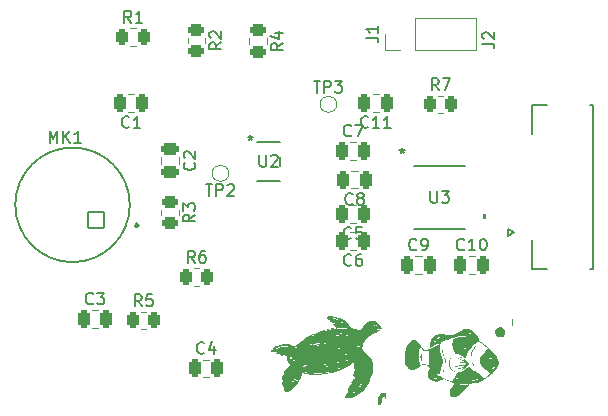
<source format=gto>
%TF.GenerationSoftware,KiCad,Pcbnew,7.0.7*%
%TF.CreationDate,2024-03-25T16:43:20-04:00*%
%TF.ProjectId,MicBoard,4d696342-6f61-4726-942e-6b696361645f,rev?*%
%TF.SameCoordinates,Original*%
%TF.FileFunction,Legend,Top*%
%TF.FilePolarity,Positive*%
%FSLAX46Y46*%
G04 Gerber Fmt 4.6, Leading zero omitted, Abs format (unit mm)*
G04 Created by KiCad (PCBNEW 7.0.7) date 2024-03-25 16:43:20*
%MOMM*%
%LPD*%
G01*
G04 APERTURE LIST*
G04 Aperture macros list*
%AMRoundRect*
0 Rectangle with rounded corners*
0 $1 Rounding radius*
0 $2 $3 $4 $5 $6 $7 $8 $9 X,Y pos of 4 corners*
0 Add a 4 corners polygon primitive as box body*
4,1,4,$2,$3,$4,$5,$6,$7,$8,$9,$2,$3,0*
0 Add four circle primitives for the rounded corners*
1,1,$1+$1,$2,$3*
1,1,$1+$1,$4,$5*
1,1,$1+$1,$6,$7*
1,1,$1+$1,$8,$9*
0 Add four rect primitives between the rounded corners*
20,1,$1+$1,$2,$3,$4,$5,0*
20,1,$1+$1,$4,$5,$6,$7,0*
20,1,$1+$1,$6,$7,$8,$9,0*
20,1,$1+$1,$8,$9,$2,$3,0*%
G04 Aperture macros list end*
%ADD10C,0.150000*%
%ADD11C,0.120000*%
%ADD12C,0.127000*%
%ADD13C,0.300000*%
%ADD14C,0.152400*%
%ADD15C,0.010000*%
%ADD16RoundRect,0.250000X-0.262500X-0.450000X0.262500X-0.450000X0.262500X0.450000X-0.262500X0.450000X0*%
%ADD17RoundRect,0.250000X-0.250000X-0.475000X0.250000X-0.475000X0.250000X0.475000X-0.250000X0.475000X0*%
%ADD18RoundRect,0.250000X0.250000X0.475000X-0.250000X0.475000X-0.250000X-0.475000X0.250000X-0.475000X0*%
%ADD19RoundRect,0.250000X-0.475000X0.250000X-0.475000X-0.250000X0.475000X-0.250000X0.475000X0.250000X0*%
%ADD20RoundRect,0.102000X-0.689000X-0.689000X0.689000X-0.689000X0.689000X0.689000X-0.689000X0.689000X0*%
%ADD21C,1.582000*%
%ADD22C,1.000000*%
%ADD23R,1.117600X0.228600*%
%ADD24R,0.774700X0.457200*%
%ADD25RoundRect,0.250000X-0.450000X0.262500X-0.450000X-0.262500X0.450000X-0.262500X0.450000X0.262500X0*%
%ADD26R,1.700000X1.700000*%
%ADD27O,1.700000X1.700000*%
G04 APERTURE END LIST*
D10*
X87058833Y-60399819D02*
X86725500Y-59923628D01*
X86487405Y-60399819D02*
X86487405Y-59399819D01*
X86487405Y-59399819D02*
X86868357Y-59399819D01*
X86868357Y-59399819D02*
X86963595Y-59447438D01*
X86963595Y-59447438D02*
X87011214Y-59495057D01*
X87011214Y-59495057D02*
X87058833Y-59590295D01*
X87058833Y-59590295D02*
X87058833Y-59733152D01*
X87058833Y-59733152D02*
X87011214Y-59828390D01*
X87011214Y-59828390D02*
X86963595Y-59876009D01*
X86963595Y-59876009D02*
X86868357Y-59923628D01*
X86868357Y-59923628D02*
X86487405Y-59923628D01*
X87392167Y-59399819D02*
X88058833Y-59399819D01*
X88058833Y-59399819D02*
X87630262Y-60399819D01*
X89212142Y-73863580D02*
X89164523Y-73911200D01*
X89164523Y-73911200D02*
X89021666Y-73958819D01*
X89021666Y-73958819D02*
X88926428Y-73958819D01*
X88926428Y-73958819D02*
X88783571Y-73911200D01*
X88783571Y-73911200D02*
X88688333Y-73815961D01*
X88688333Y-73815961D02*
X88640714Y-73720723D01*
X88640714Y-73720723D02*
X88593095Y-73530247D01*
X88593095Y-73530247D02*
X88593095Y-73387390D01*
X88593095Y-73387390D02*
X88640714Y-73196914D01*
X88640714Y-73196914D02*
X88688333Y-73101676D01*
X88688333Y-73101676D02*
X88783571Y-73006438D01*
X88783571Y-73006438D02*
X88926428Y-72958819D01*
X88926428Y-72958819D02*
X89021666Y-72958819D01*
X89021666Y-72958819D02*
X89164523Y-73006438D01*
X89164523Y-73006438D02*
X89212142Y-73054057D01*
X90164523Y-73958819D02*
X89593095Y-73958819D01*
X89878809Y-73958819D02*
X89878809Y-72958819D01*
X89878809Y-72958819D02*
X89783571Y-73101676D01*
X89783571Y-73101676D02*
X89688333Y-73196914D01*
X89688333Y-73196914D02*
X89593095Y-73244533D01*
X90783571Y-72958819D02*
X90878809Y-72958819D01*
X90878809Y-72958819D02*
X90974047Y-73006438D01*
X90974047Y-73006438D02*
X91021666Y-73054057D01*
X91021666Y-73054057D02*
X91069285Y-73149295D01*
X91069285Y-73149295D02*
X91116904Y-73339771D01*
X91116904Y-73339771D02*
X91116904Y-73577866D01*
X91116904Y-73577866D02*
X91069285Y-73768342D01*
X91069285Y-73768342D02*
X91021666Y-73863580D01*
X91021666Y-73863580D02*
X90974047Y-73911200D01*
X90974047Y-73911200D02*
X90878809Y-73958819D01*
X90878809Y-73958819D02*
X90783571Y-73958819D01*
X90783571Y-73958819D02*
X90688333Y-73911200D01*
X90688333Y-73911200D02*
X90640714Y-73863580D01*
X90640714Y-73863580D02*
X90593095Y-73768342D01*
X90593095Y-73768342D02*
X90545476Y-73577866D01*
X90545476Y-73577866D02*
X90545476Y-73339771D01*
X90545476Y-73339771D02*
X90593095Y-73149295D01*
X90593095Y-73149295D02*
X90640714Y-73054057D01*
X90640714Y-73054057D02*
X90688333Y-73006438D01*
X90688333Y-73006438D02*
X90783571Y-72958819D01*
X67209333Y-82626580D02*
X67161714Y-82674200D01*
X67161714Y-82674200D02*
X67018857Y-82721819D01*
X67018857Y-82721819D02*
X66923619Y-82721819D01*
X66923619Y-82721819D02*
X66780762Y-82674200D01*
X66780762Y-82674200D02*
X66685524Y-82578961D01*
X66685524Y-82578961D02*
X66637905Y-82483723D01*
X66637905Y-82483723D02*
X66590286Y-82293247D01*
X66590286Y-82293247D02*
X66590286Y-82150390D01*
X66590286Y-82150390D02*
X66637905Y-81959914D01*
X66637905Y-81959914D02*
X66685524Y-81864676D01*
X66685524Y-81864676D02*
X66780762Y-81769438D01*
X66780762Y-81769438D02*
X66923619Y-81721819D01*
X66923619Y-81721819D02*
X67018857Y-81721819D01*
X67018857Y-81721819D02*
X67161714Y-81769438D01*
X67161714Y-81769438D02*
X67209333Y-81817057D01*
X68066476Y-82055152D02*
X68066476Y-82721819D01*
X67828381Y-81674200D02*
X67590286Y-82388485D01*
X67590286Y-82388485D02*
X68209333Y-82388485D01*
X60858626Y-63506873D02*
X60811007Y-63554493D01*
X60811007Y-63554493D02*
X60668150Y-63602112D01*
X60668150Y-63602112D02*
X60572912Y-63602112D01*
X60572912Y-63602112D02*
X60430055Y-63554493D01*
X60430055Y-63554493D02*
X60334817Y-63459254D01*
X60334817Y-63459254D02*
X60287198Y-63364016D01*
X60287198Y-63364016D02*
X60239579Y-63173540D01*
X60239579Y-63173540D02*
X60239579Y-63030683D01*
X60239579Y-63030683D02*
X60287198Y-62840207D01*
X60287198Y-62840207D02*
X60334817Y-62744969D01*
X60334817Y-62744969D02*
X60430055Y-62649731D01*
X60430055Y-62649731D02*
X60572912Y-62602112D01*
X60572912Y-62602112D02*
X60668150Y-62602112D01*
X60668150Y-62602112D02*
X60811007Y-62649731D01*
X60811007Y-62649731D02*
X60858626Y-62697350D01*
X61811007Y-63602112D02*
X61239579Y-63602112D01*
X61525293Y-63602112D02*
X61525293Y-62602112D01*
X61525293Y-62602112D02*
X61430055Y-62744969D01*
X61430055Y-62744969D02*
X61334817Y-62840207D01*
X61334817Y-62840207D02*
X61239579Y-62887826D01*
X66365080Y-66521666D02*
X66412700Y-66569285D01*
X66412700Y-66569285D02*
X66460319Y-66712142D01*
X66460319Y-66712142D02*
X66460319Y-66807380D01*
X66460319Y-66807380D02*
X66412700Y-66950237D01*
X66412700Y-66950237D02*
X66317461Y-67045475D01*
X66317461Y-67045475D02*
X66222223Y-67093094D01*
X66222223Y-67093094D02*
X66031747Y-67140713D01*
X66031747Y-67140713D02*
X65888890Y-67140713D01*
X65888890Y-67140713D02*
X65698414Y-67093094D01*
X65698414Y-67093094D02*
X65603176Y-67045475D01*
X65603176Y-67045475D02*
X65507938Y-66950237D01*
X65507938Y-66950237D02*
X65460319Y-66807380D01*
X65460319Y-66807380D02*
X65460319Y-66712142D01*
X65460319Y-66712142D02*
X65507938Y-66569285D01*
X65507938Y-66569285D02*
X65555557Y-66521666D01*
X65555557Y-66140713D02*
X65507938Y-66093094D01*
X65507938Y-66093094D02*
X65460319Y-65997856D01*
X65460319Y-65997856D02*
X65460319Y-65759761D01*
X65460319Y-65759761D02*
X65507938Y-65664523D01*
X65507938Y-65664523D02*
X65555557Y-65616904D01*
X65555557Y-65616904D02*
X65650795Y-65569285D01*
X65650795Y-65569285D02*
X65746033Y-65569285D01*
X65746033Y-65569285D02*
X65888890Y-65616904D01*
X65888890Y-65616904D02*
X66460319Y-66188332D01*
X66460319Y-66188332D02*
X66460319Y-65569285D01*
X61023126Y-54684112D02*
X60689793Y-54207921D01*
X60451698Y-54684112D02*
X60451698Y-53684112D01*
X60451698Y-53684112D02*
X60832650Y-53684112D01*
X60832650Y-53684112D02*
X60927888Y-53731731D01*
X60927888Y-53731731D02*
X60975507Y-53779350D01*
X60975507Y-53779350D02*
X61023126Y-53874588D01*
X61023126Y-53874588D02*
X61023126Y-54017445D01*
X61023126Y-54017445D02*
X60975507Y-54112683D01*
X60975507Y-54112683D02*
X60927888Y-54160302D01*
X60927888Y-54160302D02*
X60832650Y-54207921D01*
X60832650Y-54207921D02*
X60451698Y-54207921D01*
X61975507Y-54684112D02*
X61404079Y-54684112D01*
X61689793Y-54684112D02*
X61689793Y-53684112D01*
X61689793Y-53684112D02*
X61594555Y-53826969D01*
X61594555Y-53826969D02*
X61499317Y-53922207D01*
X61499317Y-53922207D02*
X61404079Y-53969826D01*
X54112597Y-64841967D02*
X54112597Y-63841613D01*
X54112597Y-63841613D02*
X54446048Y-64556152D01*
X54446048Y-64556152D02*
X54779500Y-63841613D01*
X54779500Y-63841613D02*
X54779500Y-64841967D01*
X55255859Y-64841967D02*
X55255859Y-63841613D01*
X55827490Y-64841967D02*
X55398767Y-64270337D01*
X55827490Y-63841613D02*
X55255859Y-64413244D01*
X56780208Y-64841967D02*
X56208577Y-64841967D01*
X56494393Y-64841967D02*
X56494393Y-63841613D01*
X56494393Y-63841613D02*
X56399121Y-63984521D01*
X56399121Y-63984521D02*
X56303849Y-64079793D01*
X56303849Y-64079793D02*
X56208577Y-64127429D01*
X79655333Y-72905580D02*
X79607714Y-72953200D01*
X79607714Y-72953200D02*
X79464857Y-73000819D01*
X79464857Y-73000819D02*
X79369619Y-73000819D01*
X79369619Y-73000819D02*
X79226762Y-72953200D01*
X79226762Y-72953200D02*
X79131524Y-72857961D01*
X79131524Y-72857961D02*
X79083905Y-72762723D01*
X79083905Y-72762723D02*
X79036286Y-72572247D01*
X79036286Y-72572247D02*
X79036286Y-72429390D01*
X79036286Y-72429390D02*
X79083905Y-72238914D01*
X79083905Y-72238914D02*
X79131524Y-72143676D01*
X79131524Y-72143676D02*
X79226762Y-72048438D01*
X79226762Y-72048438D02*
X79369619Y-72000819D01*
X79369619Y-72000819D02*
X79464857Y-72000819D01*
X79464857Y-72000819D02*
X79607714Y-72048438D01*
X79607714Y-72048438D02*
X79655333Y-72096057D01*
X80560095Y-72000819D02*
X80083905Y-72000819D01*
X80083905Y-72000819D02*
X80036286Y-72477009D01*
X80036286Y-72477009D02*
X80083905Y-72429390D01*
X80083905Y-72429390D02*
X80179143Y-72381771D01*
X80179143Y-72381771D02*
X80417238Y-72381771D01*
X80417238Y-72381771D02*
X80512476Y-72429390D01*
X80512476Y-72429390D02*
X80560095Y-72477009D01*
X80560095Y-72477009D02*
X80607714Y-72572247D01*
X80607714Y-72572247D02*
X80607714Y-72810342D01*
X80607714Y-72810342D02*
X80560095Y-72905580D01*
X80560095Y-72905580D02*
X80512476Y-72953200D01*
X80512476Y-72953200D02*
X80417238Y-73000819D01*
X80417238Y-73000819D02*
X80179143Y-73000819D01*
X80179143Y-73000819D02*
X80083905Y-72953200D01*
X80083905Y-72953200D02*
X80036286Y-72905580D01*
X76462095Y-59601819D02*
X77033523Y-59601819D01*
X76747809Y-60601819D02*
X76747809Y-59601819D01*
X77366857Y-60601819D02*
X77366857Y-59601819D01*
X77366857Y-59601819D02*
X77747809Y-59601819D01*
X77747809Y-59601819D02*
X77843047Y-59649438D01*
X77843047Y-59649438D02*
X77890666Y-59697057D01*
X77890666Y-59697057D02*
X77938285Y-59792295D01*
X77938285Y-59792295D02*
X77938285Y-59935152D01*
X77938285Y-59935152D02*
X77890666Y-60030390D01*
X77890666Y-60030390D02*
X77843047Y-60078009D01*
X77843047Y-60078009D02*
X77747809Y-60125628D01*
X77747809Y-60125628D02*
X77366857Y-60125628D01*
X78271619Y-59601819D02*
X78890666Y-59601819D01*
X78890666Y-59601819D02*
X78557333Y-59982771D01*
X78557333Y-59982771D02*
X78700190Y-59982771D01*
X78700190Y-59982771D02*
X78795428Y-60030390D01*
X78795428Y-60030390D02*
X78843047Y-60078009D01*
X78843047Y-60078009D02*
X78890666Y-60173247D01*
X78890666Y-60173247D02*
X78890666Y-60411342D01*
X78890666Y-60411342D02*
X78843047Y-60506580D01*
X78843047Y-60506580D02*
X78795428Y-60554200D01*
X78795428Y-60554200D02*
X78700190Y-60601819D01*
X78700190Y-60601819D02*
X78414476Y-60601819D01*
X78414476Y-60601819D02*
X78319238Y-60554200D01*
X78319238Y-60554200D02*
X78271619Y-60506580D01*
X61912833Y-78687819D02*
X61579500Y-78211628D01*
X61341405Y-78687819D02*
X61341405Y-77687819D01*
X61341405Y-77687819D02*
X61722357Y-77687819D01*
X61722357Y-77687819D02*
X61817595Y-77735438D01*
X61817595Y-77735438D02*
X61865214Y-77783057D01*
X61865214Y-77783057D02*
X61912833Y-77878295D01*
X61912833Y-77878295D02*
X61912833Y-78021152D01*
X61912833Y-78021152D02*
X61865214Y-78116390D01*
X61865214Y-78116390D02*
X61817595Y-78164009D01*
X61817595Y-78164009D02*
X61722357Y-78211628D01*
X61722357Y-78211628D02*
X61341405Y-78211628D01*
X62817595Y-77687819D02*
X62341405Y-77687819D01*
X62341405Y-77687819D02*
X62293786Y-78164009D01*
X62293786Y-78164009D02*
X62341405Y-78116390D01*
X62341405Y-78116390D02*
X62436643Y-78068771D01*
X62436643Y-78068771D02*
X62674738Y-78068771D01*
X62674738Y-78068771D02*
X62769976Y-78116390D01*
X62769976Y-78116390D02*
X62817595Y-78164009D01*
X62817595Y-78164009D02*
X62865214Y-78259247D01*
X62865214Y-78259247D02*
X62865214Y-78497342D01*
X62865214Y-78497342D02*
X62817595Y-78592580D01*
X62817595Y-78592580D02*
X62769976Y-78640200D01*
X62769976Y-78640200D02*
X62674738Y-78687819D01*
X62674738Y-78687819D02*
X62436643Y-78687819D01*
X62436643Y-78687819D02*
X62341405Y-78640200D01*
X62341405Y-78640200D02*
X62293786Y-78592580D01*
X86360095Y-68923819D02*
X86360095Y-69733342D01*
X86360095Y-69733342D02*
X86407714Y-69828580D01*
X86407714Y-69828580D02*
X86455333Y-69876200D01*
X86455333Y-69876200D02*
X86550571Y-69923819D01*
X86550571Y-69923819D02*
X86741047Y-69923819D01*
X86741047Y-69923819D02*
X86836285Y-69876200D01*
X86836285Y-69876200D02*
X86883904Y-69828580D01*
X86883904Y-69828580D02*
X86931523Y-69733342D01*
X86931523Y-69733342D02*
X86931523Y-68923819D01*
X87312476Y-68923819D02*
X87931523Y-68923819D01*
X87931523Y-68923819D02*
X87598190Y-69304771D01*
X87598190Y-69304771D02*
X87741047Y-69304771D01*
X87741047Y-69304771D02*
X87836285Y-69352390D01*
X87836285Y-69352390D02*
X87883904Y-69400009D01*
X87883904Y-69400009D02*
X87931523Y-69495247D01*
X87931523Y-69495247D02*
X87931523Y-69733342D01*
X87931523Y-69733342D02*
X87883904Y-69828580D01*
X87883904Y-69828580D02*
X87836285Y-69876200D01*
X87836285Y-69876200D02*
X87741047Y-69923819D01*
X87741047Y-69923819D02*
X87455333Y-69923819D01*
X87455333Y-69923819D02*
X87360095Y-69876200D01*
X87360095Y-69876200D02*
X87312476Y-69828580D01*
X83972400Y-65277218D02*
X83972400Y-65515313D01*
X83734305Y-65420075D02*
X83972400Y-65515313D01*
X83972400Y-65515313D02*
X84210495Y-65420075D01*
X83829543Y-65705789D02*
X83972400Y-65515313D01*
X83972400Y-65515313D02*
X84115257Y-65705789D01*
X83972400Y-65277218D02*
X83972400Y-65515313D01*
X83734305Y-65420075D02*
X83972400Y-65515313D01*
X83972400Y-65515313D02*
X84210495Y-65420075D01*
X83829543Y-65705789D02*
X83972400Y-65515313D01*
X83972400Y-65515313D02*
X84115257Y-65705789D01*
X79655333Y-75191580D02*
X79607714Y-75239200D01*
X79607714Y-75239200D02*
X79464857Y-75286819D01*
X79464857Y-75286819D02*
X79369619Y-75286819D01*
X79369619Y-75286819D02*
X79226762Y-75239200D01*
X79226762Y-75239200D02*
X79131524Y-75143961D01*
X79131524Y-75143961D02*
X79083905Y-75048723D01*
X79083905Y-75048723D02*
X79036286Y-74858247D01*
X79036286Y-74858247D02*
X79036286Y-74715390D01*
X79036286Y-74715390D02*
X79083905Y-74524914D01*
X79083905Y-74524914D02*
X79131524Y-74429676D01*
X79131524Y-74429676D02*
X79226762Y-74334438D01*
X79226762Y-74334438D02*
X79369619Y-74286819D01*
X79369619Y-74286819D02*
X79464857Y-74286819D01*
X79464857Y-74286819D02*
X79607714Y-74334438D01*
X79607714Y-74334438D02*
X79655333Y-74382057D01*
X80512476Y-74286819D02*
X80322000Y-74286819D01*
X80322000Y-74286819D02*
X80226762Y-74334438D01*
X80226762Y-74334438D02*
X80179143Y-74382057D01*
X80179143Y-74382057D02*
X80083905Y-74524914D01*
X80083905Y-74524914D02*
X80036286Y-74715390D01*
X80036286Y-74715390D02*
X80036286Y-75096342D01*
X80036286Y-75096342D02*
X80083905Y-75191580D01*
X80083905Y-75191580D02*
X80131524Y-75239200D01*
X80131524Y-75239200D02*
X80226762Y-75286819D01*
X80226762Y-75286819D02*
X80417238Y-75286819D01*
X80417238Y-75286819D02*
X80512476Y-75239200D01*
X80512476Y-75239200D02*
X80560095Y-75191580D01*
X80560095Y-75191580D02*
X80607714Y-75096342D01*
X80607714Y-75096342D02*
X80607714Y-74858247D01*
X80607714Y-74858247D02*
X80560095Y-74763009D01*
X80560095Y-74763009D02*
X80512476Y-74715390D01*
X80512476Y-74715390D02*
X80417238Y-74667771D01*
X80417238Y-74667771D02*
X80226762Y-74667771D01*
X80226762Y-74667771D02*
X80131524Y-74715390D01*
X80131524Y-74715390D02*
X80083905Y-74763009D01*
X80083905Y-74763009D02*
X80036286Y-74858247D01*
X71882095Y-65875819D02*
X71882095Y-66685342D01*
X71882095Y-66685342D02*
X71929714Y-66780580D01*
X71929714Y-66780580D02*
X71977333Y-66828200D01*
X71977333Y-66828200D02*
X72072571Y-66875819D01*
X72072571Y-66875819D02*
X72263047Y-66875819D01*
X72263047Y-66875819D02*
X72358285Y-66828200D01*
X72358285Y-66828200D02*
X72405904Y-66780580D01*
X72405904Y-66780580D02*
X72453523Y-66685342D01*
X72453523Y-66685342D02*
X72453523Y-65875819D01*
X72882095Y-65971057D02*
X72929714Y-65923438D01*
X72929714Y-65923438D02*
X73024952Y-65875819D01*
X73024952Y-65875819D02*
X73263047Y-65875819D01*
X73263047Y-65875819D02*
X73358285Y-65923438D01*
X73358285Y-65923438D02*
X73405904Y-65971057D01*
X73405904Y-65971057D02*
X73453523Y-66066295D01*
X73453523Y-66066295D02*
X73453523Y-66161533D01*
X73453523Y-66161533D02*
X73405904Y-66304390D01*
X73405904Y-66304390D02*
X72834476Y-66875819D01*
X72834476Y-66875819D02*
X73453523Y-66875819D01*
X71120000Y-64224819D02*
X71120000Y-64462914D01*
X70881905Y-64367676D02*
X71120000Y-64462914D01*
X71120000Y-64462914D02*
X71358095Y-64367676D01*
X70977143Y-64653390D02*
X71120000Y-64462914D01*
X71120000Y-64462914D02*
X71262857Y-64653390D01*
X71120000Y-64224819D02*
X71120000Y-64462914D01*
X70881905Y-64367676D02*
X71120000Y-64462914D01*
X71120000Y-64462914D02*
X71358095Y-64367676D01*
X70977143Y-64653390D02*
X71120000Y-64462914D01*
X71120000Y-64462914D02*
X71262857Y-64653390D01*
X81084142Y-63507580D02*
X81036523Y-63555200D01*
X81036523Y-63555200D02*
X80893666Y-63602819D01*
X80893666Y-63602819D02*
X80798428Y-63602819D01*
X80798428Y-63602819D02*
X80655571Y-63555200D01*
X80655571Y-63555200D02*
X80560333Y-63459961D01*
X80560333Y-63459961D02*
X80512714Y-63364723D01*
X80512714Y-63364723D02*
X80465095Y-63174247D01*
X80465095Y-63174247D02*
X80465095Y-63031390D01*
X80465095Y-63031390D02*
X80512714Y-62840914D01*
X80512714Y-62840914D02*
X80560333Y-62745676D01*
X80560333Y-62745676D02*
X80655571Y-62650438D01*
X80655571Y-62650438D02*
X80798428Y-62602819D01*
X80798428Y-62602819D02*
X80893666Y-62602819D01*
X80893666Y-62602819D02*
X81036523Y-62650438D01*
X81036523Y-62650438D02*
X81084142Y-62698057D01*
X82036523Y-63602819D02*
X81465095Y-63602819D01*
X81750809Y-63602819D02*
X81750809Y-62602819D01*
X81750809Y-62602819D02*
X81655571Y-62745676D01*
X81655571Y-62745676D02*
X81560333Y-62840914D01*
X81560333Y-62840914D02*
X81465095Y-62888533D01*
X82988904Y-63602819D02*
X82417476Y-63602819D01*
X82703190Y-63602819D02*
X82703190Y-62602819D01*
X82703190Y-62602819D02*
X82607952Y-62745676D01*
X82607952Y-62745676D02*
X82512714Y-62840914D01*
X82512714Y-62840914D02*
X82417476Y-62888533D01*
X66430319Y-70929166D02*
X65954128Y-71262499D01*
X66430319Y-71500594D02*
X65430319Y-71500594D01*
X65430319Y-71500594D02*
X65430319Y-71119642D01*
X65430319Y-71119642D02*
X65477938Y-71024404D01*
X65477938Y-71024404D02*
X65525557Y-70976785D01*
X65525557Y-70976785D02*
X65620795Y-70929166D01*
X65620795Y-70929166D02*
X65763652Y-70929166D01*
X65763652Y-70929166D02*
X65858890Y-70976785D01*
X65858890Y-70976785D02*
X65906509Y-71024404D01*
X65906509Y-71024404D02*
X65954128Y-71119642D01*
X65954128Y-71119642D02*
X65954128Y-71500594D01*
X65430319Y-70595832D02*
X65430319Y-69976785D01*
X65430319Y-69976785D02*
X65811271Y-70310118D01*
X65811271Y-70310118D02*
X65811271Y-70167261D01*
X65811271Y-70167261D02*
X65858890Y-70072023D01*
X65858890Y-70072023D02*
X65906509Y-70024404D01*
X65906509Y-70024404D02*
X66001747Y-69976785D01*
X66001747Y-69976785D02*
X66239842Y-69976785D01*
X66239842Y-69976785D02*
X66335080Y-70024404D01*
X66335080Y-70024404D02*
X66382700Y-70072023D01*
X66382700Y-70072023D02*
X66430319Y-70167261D01*
X66430319Y-70167261D02*
X66430319Y-70452975D01*
X66430319Y-70452975D02*
X66382700Y-70548213D01*
X66382700Y-70548213D02*
X66335080Y-70595832D01*
X68652819Y-56357166D02*
X68176628Y-56690499D01*
X68652819Y-56928594D02*
X67652819Y-56928594D01*
X67652819Y-56928594D02*
X67652819Y-56547642D01*
X67652819Y-56547642D02*
X67700438Y-56452404D01*
X67700438Y-56452404D02*
X67748057Y-56404785D01*
X67748057Y-56404785D02*
X67843295Y-56357166D01*
X67843295Y-56357166D02*
X67986152Y-56357166D01*
X67986152Y-56357166D02*
X68081390Y-56404785D01*
X68081390Y-56404785D02*
X68129009Y-56452404D01*
X68129009Y-56452404D02*
X68176628Y-56547642D01*
X68176628Y-56547642D02*
X68176628Y-56928594D01*
X67748057Y-55976213D02*
X67700438Y-55928594D01*
X67700438Y-55928594D02*
X67652819Y-55833356D01*
X67652819Y-55833356D02*
X67652819Y-55595261D01*
X67652819Y-55595261D02*
X67700438Y-55500023D01*
X67700438Y-55500023D02*
X67748057Y-55452404D01*
X67748057Y-55452404D02*
X67843295Y-55404785D01*
X67843295Y-55404785D02*
X67938533Y-55404785D01*
X67938533Y-55404785D02*
X68081390Y-55452404D01*
X68081390Y-55452404D02*
X68652819Y-56023832D01*
X68652819Y-56023832D02*
X68652819Y-55404785D01*
X67318095Y-68339819D02*
X67889523Y-68339819D01*
X67603809Y-69339819D02*
X67603809Y-68339819D01*
X68222857Y-69339819D02*
X68222857Y-68339819D01*
X68222857Y-68339819D02*
X68603809Y-68339819D01*
X68603809Y-68339819D02*
X68699047Y-68387438D01*
X68699047Y-68387438D02*
X68746666Y-68435057D01*
X68746666Y-68435057D02*
X68794285Y-68530295D01*
X68794285Y-68530295D02*
X68794285Y-68673152D01*
X68794285Y-68673152D02*
X68746666Y-68768390D01*
X68746666Y-68768390D02*
X68699047Y-68816009D01*
X68699047Y-68816009D02*
X68603809Y-68863628D01*
X68603809Y-68863628D02*
X68222857Y-68863628D01*
X69175238Y-68435057D02*
X69222857Y-68387438D01*
X69222857Y-68387438D02*
X69318095Y-68339819D01*
X69318095Y-68339819D02*
X69556190Y-68339819D01*
X69556190Y-68339819D02*
X69651428Y-68387438D01*
X69651428Y-68387438D02*
X69699047Y-68435057D01*
X69699047Y-68435057D02*
X69746666Y-68530295D01*
X69746666Y-68530295D02*
X69746666Y-68625533D01*
X69746666Y-68625533D02*
X69699047Y-68768390D01*
X69699047Y-68768390D02*
X69127619Y-69339819D01*
X69127619Y-69339819D02*
X69746666Y-69339819D01*
X79766333Y-70008579D02*
X79718714Y-70056199D01*
X79718714Y-70056199D02*
X79575857Y-70103818D01*
X79575857Y-70103818D02*
X79480619Y-70103818D01*
X79480619Y-70103818D02*
X79337762Y-70056199D01*
X79337762Y-70056199D02*
X79242524Y-69960960D01*
X79242524Y-69960960D02*
X79194905Y-69865722D01*
X79194905Y-69865722D02*
X79147286Y-69675246D01*
X79147286Y-69675246D02*
X79147286Y-69532389D01*
X79147286Y-69532389D02*
X79194905Y-69341913D01*
X79194905Y-69341913D02*
X79242524Y-69246675D01*
X79242524Y-69246675D02*
X79337762Y-69151437D01*
X79337762Y-69151437D02*
X79480619Y-69103818D01*
X79480619Y-69103818D02*
X79575857Y-69103818D01*
X79575857Y-69103818D02*
X79718714Y-69151437D01*
X79718714Y-69151437D02*
X79766333Y-69199056D01*
X80337762Y-69532389D02*
X80242524Y-69484770D01*
X80242524Y-69484770D02*
X80194905Y-69437151D01*
X80194905Y-69437151D02*
X80147286Y-69341913D01*
X80147286Y-69341913D02*
X80147286Y-69294294D01*
X80147286Y-69294294D02*
X80194905Y-69199056D01*
X80194905Y-69199056D02*
X80242524Y-69151437D01*
X80242524Y-69151437D02*
X80337762Y-69103818D01*
X80337762Y-69103818D02*
X80528238Y-69103818D01*
X80528238Y-69103818D02*
X80623476Y-69151437D01*
X80623476Y-69151437D02*
X80671095Y-69199056D01*
X80671095Y-69199056D02*
X80718714Y-69294294D01*
X80718714Y-69294294D02*
X80718714Y-69341913D01*
X80718714Y-69341913D02*
X80671095Y-69437151D01*
X80671095Y-69437151D02*
X80623476Y-69484770D01*
X80623476Y-69484770D02*
X80528238Y-69532389D01*
X80528238Y-69532389D02*
X80337762Y-69532389D01*
X80337762Y-69532389D02*
X80242524Y-69580008D01*
X80242524Y-69580008D02*
X80194905Y-69627627D01*
X80194905Y-69627627D02*
X80147286Y-69722865D01*
X80147286Y-69722865D02*
X80147286Y-69913341D01*
X80147286Y-69913341D02*
X80194905Y-70008579D01*
X80194905Y-70008579D02*
X80242524Y-70056199D01*
X80242524Y-70056199D02*
X80337762Y-70103818D01*
X80337762Y-70103818D02*
X80528238Y-70103818D01*
X80528238Y-70103818D02*
X80623476Y-70056199D01*
X80623476Y-70056199D02*
X80671095Y-70008579D01*
X80671095Y-70008579D02*
X80718714Y-69913341D01*
X80718714Y-69913341D02*
X80718714Y-69722865D01*
X80718714Y-69722865D02*
X80671095Y-69627627D01*
X80671095Y-69627627D02*
X80623476Y-69580008D01*
X80623476Y-69580008D02*
X80528238Y-69532389D01*
X66404833Y-75004819D02*
X66071500Y-74528628D01*
X65833405Y-75004819D02*
X65833405Y-74004819D01*
X65833405Y-74004819D02*
X66214357Y-74004819D01*
X66214357Y-74004819D02*
X66309595Y-74052438D01*
X66309595Y-74052438D02*
X66357214Y-74100057D01*
X66357214Y-74100057D02*
X66404833Y-74195295D01*
X66404833Y-74195295D02*
X66404833Y-74338152D01*
X66404833Y-74338152D02*
X66357214Y-74433390D01*
X66357214Y-74433390D02*
X66309595Y-74481009D01*
X66309595Y-74481009D02*
X66214357Y-74528628D01*
X66214357Y-74528628D02*
X65833405Y-74528628D01*
X67261976Y-74004819D02*
X67071500Y-74004819D01*
X67071500Y-74004819D02*
X66976262Y-74052438D01*
X66976262Y-74052438D02*
X66928643Y-74100057D01*
X66928643Y-74100057D02*
X66833405Y-74242914D01*
X66833405Y-74242914D02*
X66785786Y-74433390D01*
X66785786Y-74433390D02*
X66785786Y-74814342D01*
X66785786Y-74814342D02*
X66833405Y-74909580D01*
X66833405Y-74909580D02*
X66881024Y-74957200D01*
X66881024Y-74957200D02*
X66976262Y-75004819D01*
X66976262Y-75004819D02*
X67166738Y-75004819D01*
X67166738Y-75004819D02*
X67261976Y-74957200D01*
X67261976Y-74957200D02*
X67309595Y-74909580D01*
X67309595Y-74909580D02*
X67357214Y-74814342D01*
X67357214Y-74814342D02*
X67357214Y-74576247D01*
X67357214Y-74576247D02*
X67309595Y-74481009D01*
X67309595Y-74481009D02*
X67261976Y-74433390D01*
X67261976Y-74433390D02*
X67166738Y-74385771D01*
X67166738Y-74385771D02*
X66976262Y-74385771D01*
X66976262Y-74385771D02*
X66881024Y-74433390D01*
X66881024Y-74433390D02*
X66833405Y-74481009D01*
X66833405Y-74481009D02*
X66785786Y-74576247D01*
X90767819Y-56467333D02*
X91482104Y-56467333D01*
X91482104Y-56467333D02*
X91624961Y-56514952D01*
X91624961Y-56514952D02*
X91720200Y-56610190D01*
X91720200Y-56610190D02*
X91767819Y-56753047D01*
X91767819Y-56753047D02*
X91767819Y-56848285D01*
X90863057Y-56038761D02*
X90815438Y-55991142D01*
X90815438Y-55991142D02*
X90767819Y-55895904D01*
X90767819Y-55895904D02*
X90767819Y-55657809D01*
X90767819Y-55657809D02*
X90815438Y-55562571D01*
X90815438Y-55562571D02*
X90863057Y-55514952D01*
X90863057Y-55514952D02*
X90958295Y-55467333D01*
X90958295Y-55467333D02*
X91053533Y-55467333D01*
X91053533Y-55467333D02*
X91196390Y-55514952D01*
X91196390Y-55514952D02*
X91767819Y-56086380D01*
X91767819Y-56086380D02*
X91767819Y-55467333D01*
X57811333Y-78435580D02*
X57763714Y-78483200D01*
X57763714Y-78483200D02*
X57620857Y-78530819D01*
X57620857Y-78530819D02*
X57525619Y-78530819D01*
X57525619Y-78530819D02*
X57382762Y-78483200D01*
X57382762Y-78483200D02*
X57287524Y-78387961D01*
X57287524Y-78387961D02*
X57239905Y-78292723D01*
X57239905Y-78292723D02*
X57192286Y-78102247D01*
X57192286Y-78102247D02*
X57192286Y-77959390D01*
X57192286Y-77959390D02*
X57239905Y-77768914D01*
X57239905Y-77768914D02*
X57287524Y-77673676D01*
X57287524Y-77673676D02*
X57382762Y-77578438D01*
X57382762Y-77578438D02*
X57525619Y-77530819D01*
X57525619Y-77530819D02*
X57620857Y-77530819D01*
X57620857Y-77530819D02*
X57763714Y-77578438D01*
X57763714Y-77578438D02*
X57811333Y-77626057D01*
X58144667Y-77530819D02*
X58763714Y-77530819D01*
X58763714Y-77530819D02*
X58430381Y-77911771D01*
X58430381Y-77911771D02*
X58573238Y-77911771D01*
X58573238Y-77911771D02*
X58668476Y-77959390D01*
X58668476Y-77959390D02*
X58716095Y-78007009D01*
X58716095Y-78007009D02*
X58763714Y-78102247D01*
X58763714Y-78102247D02*
X58763714Y-78340342D01*
X58763714Y-78340342D02*
X58716095Y-78435580D01*
X58716095Y-78435580D02*
X58668476Y-78483200D01*
X58668476Y-78483200D02*
X58573238Y-78530819D01*
X58573238Y-78530819D02*
X58287524Y-78530819D01*
X58287524Y-78530819D02*
X58192286Y-78483200D01*
X58192286Y-78483200D02*
X58144667Y-78435580D01*
X79655333Y-64211580D02*
X79607714Y-64259200D01*
X79607714Y-64259200D02*
X79464857Y-64306819D01*
X79464857Y-64306819D02*
X79369619Y-64306819D01*
X79369619Y-64306819D02*
X79226762Y-64259200D01*
X79226762Y-64259200D02*
X79131524Y-64163961D01*
X79131524Y-64163961D02*
X79083905Y-64068723D01*
X79083905Y-64068723D02*
X79036286Y-63878247D01*
X79036286Y-63878247D02*
X79036286Y-63735390D01*
X79036286Y-63735390D02*
X79083905Y-63544914D01*
X79083905Y-63544914D02*
X79131524Y-63449676D01*
X79131524Y-63449676D02*
X79226762Y-63354438D01*
X79226762Y-63354438D02*
X79369619Y-63306819D01*
X79369619Y-63306819D02*
X79464857Y-63306819D01*
X79464857Y-63306819D02*
X79607714Y-63354438D01*
X79607714Y-63354438D02*
X79655333Y-63402057D01*
X79988667Y-63306819D02*
X80655333Y-63306819D01*
X80655333Y-63306819D02*
X80226762Y-64306819D01*
X80944819Y-55959333D02*
X81659104Y-55959333D01*
X81659104Y-55959333D02*
X81801961Y-56006952D01*
X81801961Y-56006952D02*
X81897200Y-56102190D01*
X81897200Y-56102190D02*
X81944819Y-56245047D01*
X81944819Y-56245047D02*
X81944819Y-56340285D01*
X81944819Y-54959333D02*
X81944819Y-55530761D01*
X81944819Y-55245047D02*
X80944819Y-55245047D01*
X80944819Y-55245047D02*
X81087676Y-55340285D01*
X81087676Y-55340285D02*
X81182914Y-55435523D01*
X81182914Y-55435523D02*
X81230533Y-55530761D01*
X73859819Y-56404166D02*
X73383628Y-56737499D01*
X73859819Y-56975594D02*
X72859819Y-56975594D01*
X72859819Y-56975594D02*
X72859819Y-56594642D01*
X72859819Y-56594642D02*
X72907438Y-56499404D01*
X72907438Y-56499404D02*
X72955057Y-56451785D01*
X72955057Y-56451785D02*
X73050295Y-56404166D01*
X73050295Y-56404166D02*
X73193152Y-56404166D01*
X73193152Y-56404166D02*
X73288390Y-56451785D01*
X73288390Y-56451785D02*
X73336009Y-56499404D01*
X73336009Y-56499404D02*
X73383628Y-56594642D01*
X73383628Y-56594642D02*
X73383628Y-56975594D01*
X73193152Y-55547023D02*
X73859819Y-55547023D01*
X72812200Y-55785118D02*
X73526485Y-56023213D01*
X73526485Y-56023213D02*
X73526485Y-55404166D01*
X85177333Y-73863580D02*
X85129714Y-73911200D01*
X85129714Y-73911200D02*
X84986857Y-73958819D01*
X84986857Y-73958819D02*
X84891619Y-73958819D01*
X84891619Y-73958819D02*
X84748762Y-73911200D01*
X84748762Y-73911200D02*
X84653524Y-73815961D01*
X84653524Y-73815961D02*
X84605905Y-73720723D01*
X84605905Y-73720723D02*
X84558286Y-73530247D01*
X84558286Y-73530247D02*
X84558286Y-73387390D01*
X84558286Y-73387390D02*
X84605905Y-73196914D01*
X84605905Y-73196914D02*
X84653524Y-73101676D01*
X84653524Y-73101676D02*
X84748762Y-73006438D01*
X84748762Y-73006438D02*
X84891619Y-72958819D01*
X84891619Y-72958819D02*
X84986857Y-72958819D01*
X84986857Y-72958819D02*
X85129714Y-73006438D01*
X85129714Y-73006438D02*
X85177333Y-73054057D01*
X85653524Y-73958819D02*
X85844000Y-73958819D01*
X85844000Y-73958819D02*
X85939238Y-73911200D01*
X85939238Y-73911200D02*
X85986857Y-73863580D01*
X85986857Y-73863580D02*
X86082095Y-73720723D01*
X86082095Y-73720723D02*
X86129714Y-73530247D01*
X86129714Y-73530247D02*
X86129714Y-73149295D01*
X86129714Y-73149295D02*
X86082095Y-73054057D01*
X86082095Y-73054057D02*
X86034476Y-73006438D01*
X86034476Y-73006438D02*
X85939238Y-72958819D01*
X85939238Y-72958819D02*
X85748762Y-72958819D01*
X85748762Y-72958819D02*
X85653524Y-73006438D01*
X85653524Y-73006438D02*
X85605905Y-73054057D01*
X85605905Y-73054057D02*
X85558286Y-73149295D01*
X85558286Y-73149295D02*
X85558286Y-73387390D01*
X85558286Y-73387390D02*
X85605905Y-73482628D01*
X85605905Y-73482628D02*
X85653524Y-73530247D01*
X85653524Y-73530247D02*
X85748762Y-73577866D01*
X85748762Y-73577866D02*
X85939238Y-73577866D01*
X85939238Y-73577866D02*
X86034476Y-73530247D01*
X86034476Y-73530247D02*
X86082095Y-73482628D01*
X86082095Y-73482628D02*
X86129714Y-73387390D01*
D11*
%TO.C,R7*%
X86998436Y-60860000D02*
X87452564Y-60860000D01*
X86998436Y-62330000D02*
X87452564Y-62330000D01*
%TO.C,G\u002A\u002A\u002A*%
G36*
X89703995Y-82498573D02*
G01*
X89685878Y-82516690D01*
X89667761Y-82498573D01*
X89685878Y-82480456D01*
X89703995Y-82498573D01*
G37*
G36*
X90863481Y-82027531D02*
G01*
X90845364Y-82045648D01*
X90827248Y-82027531D01*
X90845364Y-82009414D01*
X90863481Y-82027531D01*
G37*
G36*
X87486450Y-84096453D02*
G01*
X87486080Y-84150792D01*
X87457490Y-84237803D01*
X87435084Y-84281387D01*
X87426030Y-84261585D01*
X87423803Y-84212765D01*
X87434040Y-84132608D01*
X87457490Y-84092867D01*
X87486450Y-84096453D01*
G37*
G36*
X88903202Y-82970764D02*
G01*
X88992522Y-83011578D01*
X89051784Y-83042082D01*
X89136361Y-83090676D01*
X89179691Y-83122374D01*
X89178603Y-83129392D01*
X89127898Y-83113400D01*
X89038578Y-83072587D01*
X88979316Y-83042082D01*
X88894739Y-82993488D01*
X88851409Y-82961790D01*
X88852497Y-82954772D01*
X88903202Y-82970764D01*
G37*
G36*
X89881009Y-83410899D02*
G01*
X89907196Y-83440656D01*
X89966646Y-83528287D01*
X90015676Y-83612767D01*
X90044405Y-83686722D01*
X90033503Y-83711412D01*
X89994375Y-83689020D01*
X89938426Y-83621728D01*
X89921002Y-83594650D01*
X89874289Y-83505039D01*
X89851266Y-83435770D01*
X89853113Y-83400004D01*
X89881009Y-83410899D01*
G37*
G36*
X85590044Y-82597567D02*
G01*
X85600451Y-82670892D01*
X85606804Y-82801624D01*
X85608457Y-82924322D01*
X85607647Y-83082508D01*
X85604603Y-83209797D01*
X85599832Y-83291395D01*
X85595056Y-83313837D01*
X85579196Y-83281962D01*
X85554356Y-83200328D01*
X85537342Y-83133717D01*
X85515522Y-82970217D01*
X85520471Y-82799229D01*
X85550042Y-82650793D01*
X85576303Y-82589158D01*
X85590044Y-82597567D01*
G37*
G36*
X93338279Y-79779086D02*
G01*
X93353828Y-79835117D01*
X93361688Y-79942255D01*
X93363624Y-80089015D01*
X93362146Y-80255708D01*
X93356747Y-80358409D01*
X93345980Y-80405553D01*
X93328396Y-80405573D01*
X93312869Y-80384705D01*
X93272965Y-80287793D01*
X93248303Y-80163359D01*
X93238872Y-80030138D01*
X93244657Y-79906864D01*
X93265645Y-79812273D01*
X93301824Y-79765099D01*
X93313306Y-79762910D01*
X93338279Y-79779086D01*
G37*
G36*
X90193008Y-82088858D02*
G01*
X90147418Y-82168270D01*
X90106415Y-82227259D01*
X90029108Y-82352234D01*
X89955078Y-82502497D01*
X89894222Y-82654338D01*
X89856436Y-82784046D01*
X89848931Y-82844155D01*
X89833317Y-82902289D01*
X89812269Y-82915263D01*
X89792639Y-82882527D01*
X89794399Y-82792510D01*
X89798491Y-82761269D01*
X89872627Y-82493196D01*
X90007084Y-82251934D01*
X90065926Y-82178468D01*
X90149800Y-82090990D01*
X90192981Y-82062109D01*
X90193008Y-82088858D01*
G37*
G36*
X92470773Y-80520122D02*
G01*
X92606047Y-80641962D01*
X92686247Y-80783719D01*
X92711346Y-80931747D01*
X92681315Y-81072403D01*
X92596125Y-81192040D01*
X92472321Y-81270446D01*
X92349166Y-81310042D01*
X92236402Y-81311507D01*
X92117876Y-81283488D01*
X91967867Y-81208627D01*
X91873801Y-81094326D01*
X91841798Y-80950514D01*
X91869239Y-80773381D01*
X91943722Y-80627954D01*
X92053489Y-80522279D01*
X92186779Y-80464402D01*
X92331834Y-80462372D01*
X92470773Y-80520122D01*
G37*
G36*
X87348706Y-82196777D02*
G01*
X87372474Y-82324558D01*
X87384916Y-82407239D01*
X87428959Y-82613046D01*
X87500353Y-82834969D01*
X87548924Y-82953378D01*
X87647198Y-83205208D01*
X87696758Y-83415848D01*
X87696783Y-83580997D01*
X87680165Y-83639942D01*
X87658165Y-83686096D01*
X87646695Y-83679194D01*
X87641931Y-83611317D01*
X87640957Y-83558757D01*
X87622055Y-83419289D01*
X87570258Y-83227796D01*
X87489253Y-82997131D01*
X87396581Y-82729953D01*
X87341260Y-82506086D01*
X87321519Y-82353637D01*
X87314486Y-82211141D01*
X87317888Y-82138527D01*
X87329903Y-82134253D01*
X87348706Y-82196777D01*
G37*
G36*
X88405087Y-82783954D02*
G01*
X88358921Y-82817936D01*
X88329681Y-82833793D01*
X88199751Y-82923276D01*
X88109968Y-83045868D01*
X88050169Y-83217436D01*
X88033752Y-83295720D01*
X88015935Y-83536479D01*
X88050282Y-83757281D01*
X88132215Y-83946572D01*
X88257158Y-84092798D01*
X88379659Y-84168719D01*
X88438442Y-84199858D01*
X88442985Y-84215509D01*
X88435807Y-84215971D01*
X88357957Y-84201625D01*
X88308988Y-84184783D01*
X88211759Y-84119383D01*
X88107719Y-84012413D01*
X88018391Y-83889007D01*
X87969625Y-83788530D01*
X87931402Y-83590564D01*
X87934545Y-83375156D01*
X87977165Y-83174705D01*
X88010058Y-83095345D01*
X88091410Y-82973967D01*
X88197316Y-82868231D01*
X88307899Y-82794879D01*
X88395873Y-82770384D01*
X88405087Y-82783954D01*
G37*
G36*
X88737515Y-83110175D02*
G01*
X88849405Y-83144049D01*
X89011551Y-83199454D01*
X89140089Y-83242655D01*
X89235449Y-83270295D01*
X89283272Y-83278415D01*
X89285706Y-83275017D01*
X89296427Y-83238264D01*
X89314254Y-83226681D01*
X89321715Y-83217576D01*
X89281295Y-83225060D01*
X89210041Y-83225698D01*
X89179770Y-83207024D01*
X89184178Y-83185381D01*
X89218899Y-83193591D01*
X89261117Y-83200354D01*
X89252642Y-83171443D01*
X89243768Y-83143618D01*
X89283998Y-83157614D01*
X89299031Y-83165481D01*
X89369490Y-83214474D01*
X89399587Y-83247162D01*
X89403992Y-83271423D01*
X89377889Y-83259486D01*
X89347406Y-83250027D01*
X89355334Y-83270422D01*
X89405787Y-83296049D01*
X89429075Y-83291920D01*
X89479211Y-83308452D01*
X89542617Y-83379332D01*
X89559336Y-83404869D01*
X89609988Y-83502185D01*
X89617924Y-83573693D01*
X89602899Y-83619603D01*
X89541859Y-83704184D01*
X89437071Y-83805006D01*
X89309227Y-83905154D01*
X89179016Y-83987712D01*
X89113563Y-84019630D01*
X89007387Y-84060207D01*
X88958173Y-84071127D01*
X88969330Y-84053544D01*
X89044269Y-84008609D01*
X89058494Y-84001019D01*
X89165924Y-83938480D01*
X89205715Y-83901383D01*
X89178651Y-83891287D01*
X89085511Y-83909747D01*
X89021827Y-83927913D01*
X88829434Y-83982306D01*
X88683733Y-84015428D01*
X88591178Y-84026206D01*
X88558222Y-84013565D01*
X88561197Y-84004593D01*
X88614093Y-83971242D01*
X88649560Y-83966048D01*
X88713528Y-83954730D01*
X88823006Y-83925019D01*
X88958805Y-83883279D01*
X89101739Y-83835875D01*
X89232619Y-83789172D01*
X89332257Y-83749534D01*
X89381468Y-83723325D01*
X89381547Y-83723246D01*
X89360124Y-83717086D01*
X89279837Y-83722148D01*
X89153210Y-83737195D01*
X88992769Y-83760991D01*
X88982245Y-83762685D01*
X88793214Y-83789870D01*
X88637241Y-83805686D01*
X88528128Y-83809024D01*
X88485325Y-83802661D01*
X88473606Y-83784217D01*
X88523238Y-83763617D01*
X88638548Y-83739465D01*
X88725678Y-83725073D01*
X88891959Y-83697934D01*
X89052990Y-83669722D01*
X89178568Y-83645766D01*
X89196720Y-83641966D01*
X89359772Y-83606999D01*
X89151469Y-83617390D01*
X89026144Y-83620593D01*
X88971834Y-83614616D01*
X88987769Y-83600182D01*
X89073177Y-83578015D01*
X89223847Y-83549435D01*
X89468474Y-83507143D01*
X89178603Y-83481058D01*
X88988516Y-83462959D01*
X88870396Y-83449260D01*
X88823886Y-83439797D01*
X88848626Y-83434408D01*
X88944261Y-83432927D01*
X89077124Y-83434548D01*
X89218885Y-83436221D01*
X89308976Y-83432625D01*
X89344760Y-83420000D01*
X89323600Y-83394584D01*
X89242859Y-83352618D01*
X89099900Y-83290342D01*
X88924965Y-83217582D01*
X88779419Y-83155014D01*
X88700806Y-83116017D01*
X88687410Y-83100951D01*
X88737515Y-83110175D01*
G37*
G36*
X89620411Y-80618746D02*
G01*
X89822577Y-80693068D01*
X90000977Y-80800831D01*
X90138986Y-80925816D01*
X90270289Y-81096208D01*
X90377170Y-81285786D01*
X90436319Y-81445206D01*
X90476179Y-81563194D01*
X90534328Y-81643465D01*
X90634117Y-81717123D01*
X90646078Y-81724577D01*
X91004579Y-81966566D01*
X91326625Y-82224856D01*
X91605795Y-82492531D01*
X91835666Y-82762673D01*
X92009817Y-83028366D01*
X92121825Y-83282693D01*
X92135417Y-83328665D01*
X92158061Y-83462604D01*
X92145343Y-83589859D01*
X92092126Y-83726029D01*
X91993273Y-83886711D01*
X91916990Y-83991987D01*
X91776501Y-84175207D01*
X91660166Y-84314903D01*
X91551428Y-84427506D01*
X91433731Y-84529445D01*
X91290518Y-84637148D01*
X91207704Y-84695821D01*
X90959212Y-84862924D01*
X90739869Y-84991676D01*
X90529597Y-85090129D01*
X90308320Y-85166336D01*
X90055961Y-85228347D01*
X89752443Y-85284216D01*
X89732358Y-85287517D01*
X89661975Y-85305399D01*
X89601372Y-85341390D01*
X89536574Y-85408222D01*
X89453604Y-85518624D01*
X89409729Y-85581406D01*
X89251270Y-85783455D01*
X89066912Y-85974898D01*
X88874330Y-86139576D01*
X88691200Y-86261326D01*
X88635093Y-86289677D01*
X88498832Y-86332849D01*
X88345680Y-86353091D01*
X88203732Y-86348849D01*
X88102069Y-86319151D01*
X88037115Y-86243238D01*
X87997912Y-86117614D01*
X87994427Y-86059489D01*
X88544568Y-86059489D01*
X88568547Y-86062352D01*
X88630551Y-86027447D01*
X88715224Y-85966017D01*
X88807212Y-85889306D01*
X88891161Y-85808559D01*
X88899669Y-85799454D01*
X88998778Y-85685338D01*
X89045771Y-85617356D01*
X89044458Y-85595550D01*
X88998647Y-85619967D01*
X88912146Y-85690651D01*
X88798205Y-85798262D01*
X88690805Y-85905612D01*
X88605936Y-85992229D01*
X88554656Y-86046728D01*
X88544568Y-86059489D01*
X87994427Y-86059489D01*
X87988565Y-85961728D01*
X88001992Y-85844981D01*
X88034491Y-85702358D01*
X88077588Y-85598080D01*
X88146665Y-85506153D01*
X88257101Y-85400585D01*
X88273553Y-85386039D01*
X88430019Y-85248312D01*
X88657265Y-85248312D01*
X88719821Y-85278577D01*
X88835038Y-85303648D01*
X88983210Y-85322169D01*
X89144631Y-85332780D01*
X89299596Y-85334125D01*
X89428399Y-85324845D01*
X89504708Y-85306704D01*
X89517771Y-85289739D01*
X89462589Y-85278658D01*
X89337320Y-85273146D01*
X89305422Y-85272702D01*
X89135958Y-85267902D01*
X88962336Y-85258207D01*
X88834380Y-85246961D01*
X88730327Y-85238470D01*
X88667107Y-85240150D01*
X88657265Y-85248312D01*
X88430019Y-85248312D01*
X88438815Y-85240569D01*
X88247083Y-85167087D01*
X88119386Y-85116518D01*
X87957009Y-85049980D01*
X87921241Y-85034949D01*
X88459364Y-85034949D01*
X88491494Y-85006332D01*
X89793793Y-85006332D01*
X89832674Y-85015015D01*
X89916076Y-85010096D01*
X90030737Y-84991912D01*
X90102568Y-84976320D01*
X90210717Y-84951242D01*
X90292320Y-84933410D01*
X90311280Y-84929735D01*
X90359808Y-84908574D01*
X90405525Y-84872984D01*
X90426295Y-84842871D01*
X90415898Y-84835663D01*
X90353496Y-84844410D01*
X90245549Y-84866913D01*
X90114909Y-84897563D01*
X89984430Y-84930751D01*
X89876968Y-84960867D01*
X89815374Y-84982302D01*
X89812697Y-84983707D01*
X89793793Y-85006332D01*
X88491494Y-85006332D01*
X88561067Y-84944365D01*
X88643348Y-84850451D01*
X88717562Y-84733369D01*
X88729662Y-84708844D01*
X88774609Y-84597048D01*
X88794728Y-84518217D01*
X88791470Y-84481198D01*
X88766283Y-84494839D01*
X88720619Y-84567986D01*
X88710000Y-84588832D01*
X88641010Y-84721631D01*
X88567302Y-84854602D01*
X88542517Y-84896821D01*
X88459364Y-85034949D01*
X87921241Y-85034949D01*
X87791683Y-84980504D01*
X87765479Y-84969301D01*
X87475607Y-84844996D01*
X87276320Y-84944535D01*
X87096431Y-85025940D01*
X86951424Y-85067561D01*
X86818009Y-85072825D01*
X86672894Y-85045158D01*
X86645239Y-85037384D01*
X86425307Y-84942988D01*
X86260822Y-84808337D01*
X86175778Y-84673695D01*
X86518027Y-84673695D01*
X86552534Y-84708316D01*
X86630094Y-84761711D01*
X86633168Y-84763592D01*
X86748967Y-84812071D01*
X86870328Y-84832348D01*
X86877747Y-84832287D01*
X87004566Y-84829183D01*
X86841307Y-84784084D01*
X86722743Y-84746788D01*
X86621431Y-84707412D01*
X86596727Y-84695464D01*
X86531212Y-84666521D01*
X86518027Y-84673695D01*
X86175778Y-84673695D01*
X86155297Y-84641270D01*
X86112244Y-84449629D01*
X86135175Y-84241253D01*
X86207419Y-84060112D01*
X86240383Y-83996653D01*
X86393708Y-83996653D01*
X86436100Y-84039417D01*
X86517251Y-84116465D01*
X86533524Y-84131807D01*
X86648146Y-84234831D01*
X86790491Y-84355468D01*
X86945082Y-84481403D01*
X87096444Y-84600319D01*
X87229098Y-84699901D01*
X87327569Y-84767833D01*
X87348788Y-84780570D01*
X87362877Y-84777426D01*
X87333066Y-84732941D01*
X87312554Y-84708844D01*
X87266642Y-84651174D01*
X87270760Y-84636943D01*
X87327205Y-84666679D01*
X87431463Y-84736187D01*
X87512052Y-84782716D01*
X87629072Y-84839218D01*
X87765280Y-84898731D01*
X87903438Y-84954295D01*
X88026304Y-84998950D01*
X88116637Y-85025733D01*
X88156006Y-85028725D01*
X88186025Y-84993434D01*
X88247267Y-84909934D01*
X88330994Y-84790475D01*
X88428471Y-84647302D01*
X88434705Y-84638018D01*
X88542162Y-84480249D01*
X88621181Y-84372887D01*
X88682226Y-84305195D01*
X88735758Y-84266438D01*
X88792238Y-84245878D01*
X88823154Y-84239378D01*
X89082951Y-84158326D01*
X89316675Y-84013387D01*
X89420196Y-83921815D01*
X89589322Y-83757151D01*
X89710068Y-83882900D01*
X89797556Y-83959606D01*
X89925493Y-84054470D01*
X90070822Y-84150740D01*
X90120685Y-84181167D01*
X90371363Y-84333861D01*
X90564453Y-84459776D01*
X90707410Y-84564085D01*
X90807691Y-84651957D01*
X90824505Y-84669318D01*
X90890678Y-84731942D01*
X90937917Y-84762582D01*
X90941861Y-84763195D01*
X90985620Y-84742400D01*
X91065471Y-84688951D01*
X91164092Y-84616249D01*
X91264159Y-84537695D01*
X91348351Y-84466692D01*
X91399344Y-84416642D01*
X91406991Y-84403343D01*
X91381714Y-84369280D01*
X91312799Y-84297278D01*
X91210613Y-84197718D01*
X91117677Y-84110984D01*
X91496226Y-84110984D01*
X91531553Y-84088671D01*
X91602151Y-84031208D01*
X91663148Y-83977578D01*
X91739393Y-83897645D01*
X91817277Y-83798742D01*
X91885510Y-83697981D01*
X91932803Y-83612474D01*
X91947865Y-83559334D01*
X91943969Y-83551912D01*
X91918029Y-83574614D01*
X91857308Y-83642648D01*
X91771879Y-83744430D01*
X91704676Y-83827178D01*
X91611360Y-83945690D01*
X91540528Y-84039925D01*
X91500854Y-84098074D01*
X91496226Y-84110984D01*
X91117677Y-84110984D01*
X91085526Y-84080979D01*
X91078718Y-84074750D01*
X90917047Y-83916463D01*
X91389897Y-83916463D01*
X91417756Y-83926148D01*
X91472212Y-83886333D01*
X91512072Y-83826624D01*
X91501465Y-83789304D01*
X91480733Y-83784878D01*
X91437946Y-83813150D01*
X91406991Y-83857346D01*
X91389897Y-83916463D01*
X90917047Y-83916463D01*
X90848805Y-83849650D01*
X90683368Y-83648507D01*
X90581861Y-83463279D01*
X90543741Y-83285921D01*
X90568464Y-83108388D01*
X90573127Y-83098435D01*
X91334523Y-83098435D01*
X91348981Y-83146564D01*
X91405244Y-83160722D01*
X91449499Y-83158697D01*
X91533684Y-83139577D01*
X91578810Y-83106197D01*
X91579345Y-83104762D01*
X91568976Y-83075631D01*
X91540502Y-83080762D01*
X91480642Y-83078524D01*
X91462868Y-83062669D01*
X91466703Y-83027692D01*
X91483359Y-83023965D01*
X91511197Y-83011254D01*
X91506345Y-83002540D01*
X91452236Y-82990949D01*
X91386458Y-83020095D01*
X91340426Y-83072446D01*
X91334523Y-83098435D01*
X90573127Y-83098435D01*
X90655487Y-82922637D01*
X90804264Y-82720623D01*
X90974562Y-82534527D01*
X91186492Y-82317403D01*
X91298289Y-82317403D01*
X91316406Y-82335520D01*
X91334523Y-82317403D01*
X91316406Y-82299286D01*
X91298289Y-82317403D01*
X91186492Y-82317403D01*
X91266034Y-82235911D01*
X91091933Y-82109938D01*
X90955000Y-82015692D01*
X90803788Y-81919330D01*
X90653099Y-81829382D01*
X90517733Y-81754377D01*
X90412492Y-81702845D01*
X90352175Y-81683315D01*
X90351627Y-81683309D01*
X90302641Y-81708893D01*
X90217295Y-81778343D01*
X90106631Y-81880705D01*
X89981686Y-82005028D01*
X89853499Y-82140356D01*
X89733110Y-82275738D01*
X89639542Y-82389871D01*
X89509680Y-82585013D01*
X89420351Y-82778424D01*
X89379565Y-82951778D01*
X89377889Y-82988464D01*
X89372832Y-83064312D01*
X89349223Y-83089679D01*
X89294404Y-83065746D01*
X89209428Y-83004180D01*
X89028711Y-82889140D01*
X88840740Y-82808468D01*
X88669846Y-82772171D01*
X88642848Y-82771123D01*
X88576974Y-82768305D01*
X88529113Y-82752398D01*
X88487429Y-82710850D01*
X88440087Y-82631110D01*
X88375252Y-82500627D01*
X88362035Y-82473314D01*
X88357289Y-82462339D01*
X89160486Y-82462339D01*
X89178603Y-82480456D01*
X89196720Y-82462339D01*
X89178603Y-82444222D01*
X89160486Y-82462339D01*
X88357289Y-82462339D01*
X88329203Y-82397387D01*
X89199468Y-82397387D01*
X89216823Y-82395244D01*
X89244143Y-82358821D01*
X89282554Y-82299340D01*
X89348931Y-82196932D01*
X89431719Y-82069415D01*
X89472207Y-82007115D01*
X89544904Y-81889409D01*
X89591095Y-81802520D01*
X89605348Y-81757526D01*
X89595591Y-81755617D01*
X89517537Y-81821178D01*
X89424295Y-81935328D01*
X89329435Y-82080137D01*
X89274416Y-82180082D01*
X89230417Y-82277093D01*
X89204717Y-82353766D01*
X89199468Y-82397387D01*
X88329203Y-82397387D01*
X88275199Y-82272500D01*
X88228771Y-82098868D01*
X88219296Y-81924445D01*
X88243320Y-81721258D01*
X88258922Y-81638574D01*
X88275406Y-81556490D01*
X90283738Y-81556490D01*
X90301855Y-81574607D01*
X90319972Y-81556490D01*
X90301855Y-81538373D01*
X90283738Y-81556490D01*
X88275406Y-81556490D01*
X88282683Y-81520256D01*
X90211270Y-81520256D01*
X90229387Y-81538373D01*
X90247504Y-81520256D01*
X90229387Y-81502139D01*
X90211270Y-81520256D01*
X88282683Y-81520256D01*
X88299440Y-81436816D01*
X88503501Y-81379684D01*
X88641453Y-81349062D01*
X88816729Y-81321101D01*
X88994242Y-81301288D01*
X89015550Y-81299605D01*
X89264610Y-81299253D01*
X89544758Y-81334707D01*
X89866740Y-81407738D01*
X90120685Y-81481512D01*
X90133454Y-81481231D01*
X90089830Y-81456658D01*
X90030101Y-81427692D01*
X89913491Y-81381112D01*
X89757708Y-81329364D01*
X89594352Y-81282860D01*
X89577176Y-81278486D01*
X89224326Y-81226765D01*
X88864927Y-81245433D01*
X88536008Y-81324501D01*
X88397911Y-81366736D01*
X88223242Y-81414861D01*
X88046271Y-81459499D01*
X88019522Y-81465811D01*
X87839786Y-81514240D01*
X87651906Y-81575245D01*
X87493292Y-81636560D01*
X87477857Y-81643422D01*
X87354731Y-81701872D01*
X87279944Y-81750618D01*
X87235187Y-81808410D01*
X87202153Y-81894001D01*
X87188137Y-81940162D01*
X87142125Y-82150897D01*
X87139298Y-82348190D01*
X87181300Y-82557102D01*
X87239734Y-82727520D01*
X87335952Y-83012168D01*
X87386618Y-83261216D01*
X87392445Y-83494845D01*
X87354145Y-83733233D01*
X87283417Y-83966048D01*
X87236968Y-84089615D01*
X87182018Y-84225366D01*
X87128221Y-84350498D01*
X87085233Y-84442207D01*
X87070563Y-84468790D01*
X87040104Y-84453589D01*
X86962962Y-84402343D01*
X86850236Y-84322739D01*
X86713029Y-84222462D01*
X86689032Y-84204631D01*
X86537737Y-84092161D01*
X86440662Y-84021215D01*
X86393941Y-83989982D01*
X86393708Y-83996653D01*
X86240383Y-83996653D01*
X86258028Y-83962685D01*
X86290907Y-83895083D01*
X86298004Y-83876680D01*
X86271440Y-83849790D01*
X86203320Y-83794955D01*
X86145930Y-83751779D01*
X86022112Y-83673878D01*
X85907179Y-83636505D01*
X85788589Y-83641958D01*
X85653802Y-83692540D01*
X85490276Y-83790549D01*
X85336173Y-83900314D01*
X85156166Y-84023351D01*
X85009778Y-84096553D01*
X84883025Y-84124727D01*
X84761923Y-84112679D01*
X84737666Y-84106020D01*
X84579090Y-84024551D01*
X84432976Y-83886893D01*
X84334540Y-83740511D01*
X84596623Y-83740511D01*
X84607511Y-83801432D01*
X84657873Y-83850346D01*
X84690071Y-83857346D01*
X84729037Y-83851729D01*
X84718753Y-83823300D01*
X84685392Y-83784656D01*
X84625523Y-83733996D01*
X84596623Y-83740511D01*
X84334540Y-83740511D01*
X84313554Y-83709303D01*
X84244861Y-83543085D01*
X84192390Y-83272336D01*
X84184775Y-83040656D01*
X84349539Y-83040656D01*
X84362235Y-83206065D01*
X84374966Y-83268544D01*
X84403293Y-83361486D01*
X84426144Y-83416296D01*
X84432217Y-83422539D01*
X84437068Y-83389329D01*
X84435968Y-83301251D01*
X84429250Y-83175633D01*
X84426832Y-83141725D01*
X84421344Y-82971772D01*
X84423234Y-82916311D01*
X84739944Y-82916311D01*
X84749398Y-83002226D01*
X84772660Y-83101439D01*
X84802076Y-83188443D01*
X84829992Y-83237729D01*
X84837473Y-83241369D01*
X84843649Y-83209209D01*
X84839299Y-83127304D01*
X84832679Y-83069258D01*
X84832739Y-82882540D01*
X84835167Y-82869386D01*
X85372049Y-82869386D01*
X85381994Y-83098034D01*
X85407459Y-83309484D01*
X85447686Y-83485318D01*
X85497935Y-83601135D01*
X85527580Y-83628767D01*
X85579572Y-83634397D01*
X85673334Y-83618376D01*
X85729560Y-83605344D01*
X85850629Y-83580120D01*
X85934092Y-83578017D01*
X86011689Y-83601106D01*
X86067636Y-83627416D01*
X86155737Y-83668122D01*
X86212197Y-83688234D01*
X86220691Y-83688442D01*
X86225281Y-83651248D01*
X86229815Y-83553371D01*
X86233950Y-83406593D01*
X86237346Y-83222699D01*
X86239418Y-83043272D01*
X86240730Y-82812936D01*
X86240623Y-82796676D01*
X86410909Y-82796676D01*
X86422114Y-82912792D01*
X86455664Y-83061247D01*
X86497290Y-83190505D01*
X86544012Y-83329617D01*
X86577726Y-83458357D01*
X86590736Y-83544613D01*
X86593596Y-83658059D01*
X86630070Y-83558173D01*
X86643329Y-83495256D01*
X86637892Y-83414541D01*
X86611012Y-83299879D01*
X86559940Y-83135119D01*
X86556072Y-83123365D01*
X86506573Y-82970677D01*
X86465031Y-82837699D01*
X86437398Y-82743717D01*
X86430356Y-82715977D01*
X86420595Y-82702814D01*
X86413064Y-82751418D01*
X86410909Y-82796676D01*
X86240623Y-82796676D01*
X86239632Y-82645877D01*
X86235385Y-82532923D01*
X86227250Y-82464905D01*
X86214488Y-82432649D01*
X86196359Y-82426986D01*
X86189911Y-82429041D01*
X86118149Y-82449004D01*
X86015300Y-82468322D01*
X86001828Y-82470311D01*
X85918695Y-82473510D01*
X85846244Y-82450251D01*
X85770882Y-82390959D01*
X85679019Y-82286059D01*
X85605967Y-82191468D01*
X85511791Y-82066495D01*
X85442915Y-82264417D01*
X85401751Y-82434160D01*
X85378382Y-82641955D01*
X85372049Y-82869386D01*
X84835167Y-82869386D01*
X84872767Y-82665699D01*
X84940920Y-82462339D01*
X84956857Y-82413038D01*
X84932537Y-82421586D01*
X84912422Y-82437408D01*
X84861167Y-82507493D01*
X84809217Y-82622262D01*
X84766306Y-82754683D01*
X84742168Y-82877726D01*
X84739944Y-82916311D01*
X84423234Y-82916311D01*
X84427256Y-82798300D01*
X84442879Y-82661626D01*
X84463678Y-82529592D01*
X84466054Y-82460497D01*
X84450635Y-82456751D01*
X84418053Y-82520761D01*
X84410740Y-82538840D01*
X84375309Y-82676091D01*
X84354402Y-82853681D01*
X84349539Y-83040656D01*
X84184775Y-83040656D01*
X84182376Y-82967661D01*
X84212361Y-82652006D01*
X84279888Y-82348317D01*
X84382500Y-82079541D01*
X84406595Y-82032771D01*
X84494349Y-81901330D01*
X84609262Y-81770074D01*
X84733498Y-81656081D01*
X84849217Y-81576428D01*
X84909035Y-81551737D01*
X85056518Y-81551621D01*
X85211587Y-81622794D01*
X85373326Y-81764579D01*
X85540814Y-81976297D01*
X85594549Y-82057258D01*
X85698610Y-82214013D01*
X85778706Y-82317207D01*
X85845351Y-82377025D01*
X85909057Y-82403649D01*
X85956638Y-82407988D01*
X86037257Y-82391371D01*
X86165760Y-82346324D01*
X86326930Y-82280058D01*
X86505550Y-82199781D01*
X86686406Y-82112701D01*
X86854280Y-82026029D01*
X86993957Y-81946972D01*
X87090219Y-81882739D01*
X87117834Y-81857854D01*
X87118260Y-81840966D01*
X87060016Y-81859252D01*
X86946890Y-81911137D01*
X86782670Y-81995043D01*
X86761993Y-82005977D01*
X86338251Y-82230708D01*
X86314575Y-82104506D01*
X86309369Y-81969127D01*
X86330494Y-81801214D01*
X86345006Y-81742618D01*
X86660343Y-81742618D01*
X86683358Y-81730967D01*
X86744625Y-81677251D01*
X86832478Y-81591940D01*
X86865129Y-81558830D01*
X86977540Y-81451896D01*
X87086906Y-81361550D01*
X87172143Y-81304993D01*
X87182176Y-81300209D01*
X87294437Y-81251338D01*
X87185088Y-81249920D01*
X87055175Y-81279129D01*
X86919163Y-81359320D01*
X86799079Y-81474688D01*
X86732918Y-81574397D01*
X86688639Y-81666620D01*
X86662946Y-81730636D01*
X86660343Y-81742618D01*
X86345006Y-81742618D01*
X86372112Y-81633167D01*
X86421842Y-81509387D01*
X86511146Y-81383876D01*
X86640357Y-81253895D01*
X86782844Y-81143685D01*
X86885641Y-81087218D01*
X87064466Y-81041788D01*
X87290082Y-81036637D01*
X87568355Y-81071782D01*
X87659370Y-81089437D01*
X87822090Y-81116109D01*
X87983568Y-81131151D01*
X88110299Y-81131512D01*
X88115951Y-81131011D01*
X88185984Y-81121657D01*
X88257294Y-81104525D01*
X88340510Y-81074987D01*
X88446261Y-81028414D01*
X88585176Y-80960177D01*
X88698345Y-80901626D01*
X89521717Y-80901626D01*
X89567900Y-80941217D01*
X89624889Y-80976457D01*
X89740124Y-81046562D01*
X89844881Y-81117074D01*
X89875000Y-81139581D01*
X89954032Y-81190376D01*
X89986372Y-81188531D01*
X89967231Y-81140531D01*
X89918522Y-81080636D01*
X89808810Y-80990365D01*
X89676432Y-80920669D01*
X89553015Y-80887466D01*
X89533048Y-80886598D01*
X89521717Y-80901626D01*
X88698345Y-80901626D01*
X88767884Y-80865648D01*
X88967086Y-80760356D01*
X89207084Y-80652954D01*
X89420053Y-80605563D01*
X89620411Y-80618746D01*
G37*
%TO.C,C10*%
X89593748Y-74449000D02*
X90116252Y-74449000D01*
X89593748Y-75919000D02*
X90116252Y-75919000D01*
%TO.C,C4*%
X67114748Y-83212000D02*
X67637252Y-83212000D01*
X67114748Y-84682000D02*
X67637252Y-84682000D01*
%TO.C,C1*%
X61286545Y-62202293D02*
X60764041Y-62202293D01*
X61286545Y-60732293D02*
X60764041Y-60732293D01*
%TO.C,C2*%
X65060500Y-66093748D02*
X65060500Y-66616252D01*
X63590500Y-66093748D02*
X63590500Y-66616252D01*
%TO.C,R1*%
X60962729Y-55144293D02*
X61416857Y-55144293D01*
X60962729Y-56614293D02*
X61416857Y-56614293D01*
D12*
%TO.C,MK1*%
X60907800Y-70104000D02*
G75*
G03*
X60907800Y-70104000I-4850000J0D01*
G01*
D13*
X61600800Y-71845000D02*
G75*
G03*
X61600800Y-71845000I-100000J0D01*
G01*
D11*
%TO.C,C5*%
X80083252Y-71601000D02*
X79560748Y-71601000D01*
X80083252Y-70131000D02*
X79560748Y-70131000D01*
%TO.C,TP3*%
X78424000Y-61595000D02*
G75*
G03*
X78424000Y-61595000I-700000J0D01*
G01*
%TO.C,R5*%
X61852436Y-79148000D02*
X62306564Y-79148000D01*
X61852436Y-80618000D02*
X62306564Y-80618000D01*
D14*
%TO.C,U3*%
X84947629Y-72148700D02*
X89296371Y-72148700D01*
X89296371Y-66789300D02*
X84947629Y-66789300D01*
G36*
X91084400Y-71284501D02*
G01*
X90830400Y-71284501D01*
X90830400Y-70903501D01*
X91084400Y-70903501D01*
X91084400Y-71284501D01*
G37*
D11*
%TO.C,C6*%
X80083252Y-72417000D02*
X79560748Y-72417000D01*
X80083252Y-73887000D02*
X79560748Y-73887000D01*
D14*
%TO.C,U2*%
X71640700Y-68072000D02*
X73647300Y-68072000D01*
X73647300Y-64770000D02*
X71640700Y-64770000D01*
X73647300Y-66809661D02*
X73647300Y-66032339D01*
D11*
%TO.C,C11*%
X81988252Y-62203000D02*
X81465748Y-62203000D01*
X81988252Y-60733000D02*
X81465748Y-60733000D01*
%TO.C,R3*%
X65060500Y-70535436D02*
X65060500Y-70989564D01*
X63590500Y-70535436D02*
X63590500Y-70989564D01*
%TO.C,R2*%
X67283000Y-55963436D02*
X67283000Y-56417564D01*
X65813000Y-55963436D02*
X65813000Y-56417564D01*
%TO.C,TP2*%
X69280000Y-67437000D02*
G75*
G03*
X69280000Y-67437000I-700000J0D01*
G01*
%TO.C,C8*%
X80194252Y-68703999D02*
X79671748Y-68703999D01*
X80194252Y-67233999D02*
X79671748Y-67233999D01*
%TO.C,G\u002A\u002A\u002A*%
G36*
X75082400Y-85013773D02*
G01*
X75069700Y-85026473D01*
X75057000Y-85013773D01*
X75069700Y-85001073D01*
X75082400Y-85013773D01*
G37*
G36*
X79883000Y-82295973D02*
G01*
X79870300Y-82308673D01*
X79857600Y-82295973D01*
X79870300Y-82283273D01*
X79883000Y-82295973D01*
G37*
G36*
X76676546Y-81884821D02*
G01*
X76682483Y-81891686D01*
X76646007Y-81895539D01*
X76619100Y-81895867D01*
X76569910Y-81893366D01*
X76562448Y-81887629D01*
X76574946Y-81884308D01*
X76641129Y-81880219D01*
X76676546Y-81884821D01*
G37*
G36*
X81775338Y-80284002D02*
G01*
X81781650Y-80295723D01*
X81769861Y-80321215D01*
X81737200Y-80327473D01*
X81696913Y-80315769D01*
X81692750Y-80295723D01*
X81723947Y-80266227D01*
X81737200Y-80263973D01*
X81775338Y-80284002D01*
G37*
G36*
X82543650Y-86033082D02*
G01*
X82569691Y-86042956D01*
X82586326Y-86062297D01*
X82595655Y-86100965D01*
X82599775Y-86168818D01*
X82600786Y-86275714D01*
X82600800Y-86301552D01*
X82599173Y-86422432D01*
X82593743Y-86498888D01*
X82583688Y-86537209D01*
X82569050Y-86544002D01*
X82548199Y-86512098D01*
X82537943Y-86440286D01*
X82537300Y-86411695D01*
X82529100Y-86319497D01*
X82503321Y-86269183D01*
X82496302Y-86263839D01*
X82441990Y-86247946D01*
X82390254Y-86274921D01*
X82337469Y-86347619D01*
X82303021Y-86416039D01*
X82269253Y-86499808D01*
X82247071Y-86584705D01*
X82233280Y-86687327D01*
X82224754Y-86822752D01*
X82213141Y-87083873D01*
X82061458Y-87083873D01*
X81909776Y-87083873D01*
X81918738Y-86772723D01*
X81923705Y-86636408D01*
X81930987Y-86537661D01*
X81942935Y-86463248D01*
X81961901Y-86399935D01*
X81990237Y-86334492D01*
X82000322Y-86313673D01*
X82092049Y-86170792D01*
X82203519Y-86073410D01*
X82332625Y-86022618D01*
X82477256Y-86019503D01*
X82543650Y-86033082D01*
G37*
G36*
X78024910Y-79545441D02*
G01*
X78194379Y-79565293D01*
X78206524Y-79567230D01*
X78355190Y-79598701D01*
X78529626Y-79646973D01*
X78710428Y-79705775D01*
X78878190Y-79768834D01*
X79003776Y-79824936D01*
X79085441Y-79873423D01*
X79175492Y-79938855D01*
X79265698Y-80013562D01*
X79347832Y-80089877D01*
X79413665Y-80160130D01*
X79454968Y-80216654D01*
X79463512Y-80251781D01*
X79462937Y-80252830D01*
X79457615Y-80272913D01*
X79468509Y-80268973D01*
X79493580Y-80280807D01*
X79535802Y-80326596D01*
X79586332Y-80396646D01*
X79589641Y-80401728D01*
X79685616Y-80550031D01*
X79981158Y-80625858D01*
X80100212Y-80656963D01*
X80203644Y-80685020D01*
X80280094Y-80706882D01*
X80317593Y-80719132D01*
X80369179Y-80714543D01*
X80437935Y-80668086D01*
X80519402Y-80583856D01*
X80609123Y-80465952D01*
X80635286Y-80427204D01*
X80719862Y-80315951D01*
X81594175Y-80315951D01*
X81596098Y-80323058D01*
X81614816Y-80357026D01*
X81652472Y-80373491D01*
X81723828Y-80378219D01*
X81737412Y-80378273D01*
X81812925Y-80373099D01*
X81865644Y-80359943D01*
X81878062Y-80350992D01*
X81874925Y-80314055D01*
X81841059Y-80267544D01*
X81790722Y-80225476D01*
X81738174Y-80201866D01*
X81724927Y-80200473D01*
X81650674Y-80216869D01*
X81603343Y-80258927D01*
X81594175Y-80315951D01*
X80719862Y-80315951D01*
X80774838Y-80243635D01*
X80862995Y-80162373D01*
X81356200Y-80162373D01*
X81368900Y-80175073D01*
X81381600Y-80162373D01*
X81368900Y-80149673D01*
X81356200Y-80162373D01*
X80862995Y-80162373D01*
X80925218Y-80105016D01*
X81095065Y-80005540D01*
X81233848Y-79959173D01*
X81483200Y-79959173D01*
X81495900Y-79971873D01*
X81508600Y-79959173D01*
X81495900Y-79946473D01*
X81483200Y-79959173D01*
X81233848Y-79959173D01*
X81293016Y-79939405D01*
X81390932Y-79919425D01*
X81530932Y-79903890D01*
X81645342Y-79914754D01*
X81748857Y-79956839D01*
X81856171Y-80034969D01*
X81920073Y-80093080D01*
X82015538Y-80194365D01*
X82100323Y-80303147D01*
X82167247Y-80408425D01*
X82209131Y-80499196D01*
X82219800Y-80552330D01*
X82203403Y-80595911D01*
X82150591Y-80621245D01*
X82055928Y-80630419D01*
X82016600Y-80630295D01*
X81944778Y-80634081D01*
X81846074Y-80645641D01*
X81754184Y-80660339D01*
X81659924Y-80675886D01*
X81603163Y-80679532D01*
X81571951Y-80671001D01*
X81557723Y-80655830D01*
X81539126Y-80634222D01*
X81534399Y-80660231D01*
X81534388Y-80661269D01*
X81556648Y-80695321D01*
X81615986Y-80716602D01*
X81700119Y-80724339D01*
X81796763Y-80717760D01*
X81893633Y-80696091D01*
X81923003Y-80685715D01*
X81995797Y-80664316D01*
X82056466Y-80658540D01*
X82089818Y-80669193D01*
X82092235Y-80676723D01*
X82070440Y-80715536D01*
X82014454Y-80767359D01*
X81935702Y-80825201D01*
X81845614Y-80882069D01*
X81755616Y-80930971D01*
X81677137Y-80964915D01*
X81621605Y-80976910D01*
X81607332Y-80973401D01*
X81586843Y-80979642D01*
X81584411Y-80992723D01*
X81579307Y-81012706D01*
X81562545Y-80992093D01*
X81541633Y-80971932D01*
X81526998Y-80994883D01*
X81495507Y-81022926D01*
X81432720Y-81050493D01*
X81401980Y-81059489D01*
X81313199Y-81099884D01*
X81205876Y-81177869D01*
X81086797Y-81287002D01*
X80962748Y-81420838D01*
X80840517Y-81572933D01*
X80794364Y-81636432D01*
X80717062Y-81752619D01*
X80665195Y-81850060D01*
X80629898Y-81947475D01*
X80610543Y-82024580D01*
X80590234Y-82121623D01*
X80582212Y-82185480D01*
X80586868Y-82232353D01*
X80604597Y-82278443D01*
X80617320Y-82303980D01*
X80670219Y-82380994D01*
X80764247Y-82486030D01*
X80898672Y-82618331D01*
X81072759Y-82777141D01*
X81096227Y-82797898D01*
X81240696Y-82945390D01*
X81350285Y-83099809D01*
X81413815Y-83238825D01*
X81449286Y-83366254D01*
X81482247Y-83516675D01*
X81509489Y-83671927D01*
X81527800Y-83813853D01*
X81534000Y-83918539D01*
X81524231Y-84023519D01*
X81497022Y-84163832D01*
X81455515Y-84328366D01*
X81402853Y-84506012D01*
X81342179Y-84685660D01*
X81276636Y-84856198D01*
X81252912Y-84912173D01*
X81209492Y-85012279D01*
X81164667Y-85116410D01*
X81148821Y-85153473D01*
X81000668Y-85444099D01*
X80817174Y-85701456D01*
X80595815Y-85928149D01*
X80334066Y-86126785D01*
X80046772Y-86291337D01*
X79870149Y-86366594D01*
X79686323Y-86421664D01*
X79508244Y-86453989D01*
X79348865Y-86461010D01*
X79251066Y-86448525D01*
X79165722Y-86415731D01*
X79125684Y-86366492D01*
X79130177Y-86309173D01*
X79171800Y-86309173D01*
X79184500Y-86321873D01*
X79197200Y-86309173D01*
X79184500Y-86296473D01*
X79171800Y-86309173D01*
X79130177Y-86309173D01*
X79130966Y-86299106D01*
X79135027Y-86292106D01*
X79286100Y-86292106D01*
X79352721Y-86294289D01*
X79414551Y-86285417D01*
X79497567Y-86260383D01*
X79543221Y-86242238D01*
X79628169Y-86197831D01*
X79729266Y-86134705D01*
X79819500Y-86070338D01*
X79904603Y-86005875D01*
X79983613Y-85948143D01*
X80039974Y-85909227D01*
X80041641Y-85908158D01*
X80084640Y-85871539D01*
X80150336Y-85804624D01*
X80229829Y-85716893D01*
X80314220Y-85617831D01*
X80315185Y-85616663D01*
X80449849Y-85437617D01*
X80572416Y-85244453D01*
X80583572Y-85223454D01*
X80804825Y-85223454D01*
X80824815Y-85226710D01*
X80856900Y-85198972D01*
X80885647Y-85154734D01*
X80912816Y-85090834D01*
X80924395Y-85041055D01*
X80924400Y-85040434D01*
X80914661Y-85013773D01*
X81000600Y-85013773D01*
X81013300Y-85026473D01*
X81026000Y-85013773D01*
X81013300Y-85001073D01*
X81000600Y-85013773D01*
X80914661Y-85013773D01*
X80911453Y-85004992D01*
X80882325Y-85004901D01*
X80851587Y-85035075D01*
X80837047Y-85070923D01*
X80819690Y-85139835D01*
X80807182Y-85185223D01*
X80804825Y-85223454D01*
X80583572Y-85223454D01*
X80675352Y-85050696D01*
X80751122Y-84869871D01*
X80762905Y-84832075D01*
X80960527Y-84832075D01*
X80972121Y-84826822D01*
X80994111Y-84790262D01*
X81022827Y-84730544D01*
X81054600Y-84655817D01*
X81085761Y-84574229D01*
X81104424Y-84518473D01*
X81178400Y-84518473D01*
X81187693Y-84539380D01*
X81195333Y-84535406D01*
X81198373Y-84505262D01*
X81195333Y-84501539D01*
X81180233Y-84505026D01*
X81178400Y-84518473D01*
X81104424Y-84518473D01*
X81112640Y-84493928D01*
X81131376Y-84423947D01*
X81158635Y-84233220D01*
X81164756Y-84022078D01*
X81151045Y-83805886D01*
X81118810Y-83600008D01*
X81109469Y-83565973D01*
X81407000Y-83565973D01*
X81419700Y-83578673D01*
X81432400Y-83565973D01*
X81419700Y-83553273D01*
X81407000Y-83565973D01*
X81109469Y-83565973D01*
X81076434Y-83445600D01*
X81367216Y-83445600D01*
X81392183Y-83449667D01*
X81425127Y-83444997D01*
X81425520Y-83436327D01*
X81391525Y-83430263D01*
X81376837Y-83434321D01*
X81367216Y-83445600D01*
X81076434Y-83445600D01*
X81069357Y-83419811D01*
X81039774Y-83346704D01*
X81000169Y-83261173D01*
X81012807Y-83350073D01*
X81025976Y-83430911D01*
X81044039Y-83528354D01*
X81051027Y-83563218D01*
X81068539Y-83689788D01*
X81077537Y-83847242D01*
X81078495Y-84021705D01*
X81071892Y-84199298D01*
X81058201Y-84366146D01*
X81037901Y-84508370D01*
X81015431Y-84600678D01*
X80988397Y-84691910D01*
X80966392Y-84781118D01*
X80962998Y-84797873D01*
X80960527Y-84832075D01*
X80762905Y-84832075D01*
X80769608Y-84810573D01*
X80848200Y-84810573D01*
X80860900Y-84823273D01*
X80873600Y-84810573D01*
X80860900Y-84797873D01*
X80848200Y-84810573D01*
X80769608Y-84810573D01*
X80776389Y-84788821D01*
X80798148Y-84724141D01*
X80818960Y-84688742D01*
X80827373Y-84686399D01*
X80837700Y-84679183D01*
X80833115Y-84661117D01*
X80831313Y-84619060D01*
X80840021Y-84543226D01*
X80857383Y-84449106D01*
X80859909Y-84437547D01*
X80874636Y-84348978D01*
X80885324Y-84240836D01*
X80891850Y-84123996D01*
X80894092Y-84009334D01*
X80891929Y-83907724D01*
X80885238Y-83830041D01*
X80873899Y-83787162D01*
X80867250Y-83782119D01*
X80851960Y-83760491D01*
X80848200Y-83728989D01*
X80835050Y-83645450D01*
X80798913Y-83531157D01*
X80744755Y-83397772D01*
X80677543Y-83256957D01*
X80665864Y-83235773D01*
X81127600Y-83235773D01*
X81140300Y-83248473D01*
X81153000Y-83235773D01*
X81140300Y-83223073D01*
X81127600Y-83235773D01*
X80665864Y-83235773D01*
X80602243Y-83120375D01*
X80560325Y-83053035D01*
X80496790Y-82958161D01*
X80442452Y-82881454D01*
X80403629Y-82831555D01*
X80387482Y-82816672D01*
X80392177Y-82836491D01*
X80419578Y-82889924D01*
X80464797Y-82967933D01*
X80502681Y-83029538D01*
X80572718Y-83143076D01*
X80622984Y-83232293D01*
X80661288Y-83314426D01*
X80695437Y-83406716D01*
X80733238Y-83526403D01*
X80744295Y-83563030D01*
X80780345Y-83717378D01*
X80803833Y-83890762D01*
X80814712Y-84071034D01*
X80812938Y-84246049D01*
X80798463Y-84403658D01*
X80771241Y-84531716D01*
X80748194Y-84590451D01*
X80730666Y-84638200D01*
X80708823Y-84715372D01*
X80694949Y-84772473D01*
X80656602Y-84890947D01*
X80591984Y-85035751D01*
X80507887Y-85194645D01*
X80411105Y-85355393D01*
X80308430Y-85505757D01*
X80236364Y-85598671D01*
X80082704Y-85767545D01*
X79913149Y-85924718D01*
X79737280Y-86062907D01*
X79564680Y-86174829D01*
X79404930Y-86253203D01*
X79349600Y-86272670D01*
X79286100Y-86292106D01*
X79135027Y-86292106D01*
X79181579Y-86211872D01*
X79253264Y-86128181D01*
X79385529Y-85988331D01*
X79399314Y-85766600D01*
X79407203Y-85658030D01*
X79418383Y-85583663D01*
X79438589Y-85526960D01*
X79473557Y-85471385D01*
X79524269Y-85406321D01*
X79635438Y-85267773D01*
X79617691Y-85413823D01*
X79610326Y-85491968D01*
X79609407Y-85544966D01*
X79613578Y-85559873D01*
X79640679Y-85537014D01*
X79666775Y-85478256D01*
X79689007Y-85398329D01*
X79704513Y-85311962D01*
X79710431Y-85233882D01*
X79703901Y-85178820D01*
X79690861Y-85162029D01*
X79671512Y-85131282D01*
X79680713Y-85074065D01*
X79713943Y-85002473D01*
X79724010Y-84988373D01*
X79832200Y-84988373D01*
X79844900Y-85001073D01*
X79857600Y-84988373D01*
X79844900Y-84975673D01*
X79832200Y-84988373D01*
X79724010Y-84988373D01*
X79766685Y-84928599D01*
X79785958Y-84907469D01*
X79846096Y-84849194D01*
X79882441Y-84827869D01*
X79903915Y-84841579D01*
X79917130Y-84879313D01*
X79934149Y-84919220D01*
X79949556Y-84912100D01*
X79955113Y-84886773D01*
X80594200Y-84886773D01*
X80606900Y-84899473D01*
X80619600Y-84886773D01*
X80606900Y-84874073D01*
X80594200Y-84886773D01*
X79955113Y-84886773D01*
X79960613Y-84861710D01*
X79963919Y-84815072D01*
X79963168Y-84810573D01*
X80568800Y-84810573D01*
X80581500Y-84823273D01*
X80594200Y-84810573D01*
X80581500Y-84797873D01*
X80568800Y-84810573D01*
X79963168Y-84810573D01*
X79947250Y-84715188D01*
X79923213Y-84670873D01*
X80454500Y-84670873D01*
X80456513Y-84694278D01*
X80465700Y-84696273D01*
X80491566Y-84677834D01*
X80492600Y-84670873D01*
X80483933Y-84646133D01*
X80481399Y-84645473D01*
X80459713Y-84663271D01*
X80454500Y-84670873D01*
X79923213Y-84670873D01*
X79906142Y-84639400D01*
X80249616Y-84639400D01*
X80274583Y-84643467D01*
X80307527Y-84638797D01*
X80307920Y-84630127D01*
X80273925Y-84624063D01*
X80259237Y-84628121D01*
X80249616Y-84639400D01*
X79906142Y-84639400D01*
X79895513Y-84619803D01*
X79878098Y-84594673D01*
X80378300Y-84594673D01*
X80380313Y-84618078D01*
X80389500Y-84620073D01*
X80415366Y-84601634D01*
X80416400Y-84594673D01*
X80407733Y-84569933D01*
X80405199Y-84569273D01*
X80383513Y-84587071D01*
X80378300Y-84594673D01*
X79878098Y-84594673D01*
X79823663Y-84516123D01*
X79826926Y-84505773D01*
X79933800Y-84505773D01*
X79946500Y-84518473D01*
X79959200Y-84505773D01*
X80060800Y-84505773D01*
X80073500Y-84518473D01*
X80086200Y-84505773D01*
X80073500Y-84493073D01*
X80060800Y-84505773D01*
X79959200Y-84505773D01*
X79946500Y-84493073D01*
X79933800Y-84505773D01*
X79826926Y-84505773D01*
X79842939Y-84454973D01*
X80645000Y-84454973D01*
X80657700Y-84467673D01*
X80670400Y-84454973D01*
X80657700Y-84442273D01*
X80645000Y-84454973D01*
X79842939Y-84454973D01*
X79866031Y-84381716D01*
X79890074Y-84295124D01*
X79905427Y-84220008D01*
X79908400Y-84189280D01*
X79913525Y-84149887D01*
X79935262Y-84154079D01*
X79946220Y-84162640D01*
X79971942Y-84197461D01*
X79971462Y-84214381D01*
X79978094Y-84239420D01*
X79987822Y-84244380D01*
X80009040Y-84273890D01*
X80019703Y-84331472D01*
X80019731Y-84332159D01*
X80029635Y-84387529D01*
X80054908Y-84397916D01*
X80057099Y-84397148D01*
X80080083Y-84363746D01*
X80077957Y-84298517D01*
X80053385Y-84212169D01*
X80009026Y-84115412D01*
X79984117Y-84073973D01*
X80467200Y-84073973D01*
X80479900Y-84086673D01*
X80492600Y-84073973D01*
X80479900Y-84061273D01*
X80467200Y-84073973D01*
X79984117Y-84073973D01*
X79971585Y-84053124D01*
X79955675Y-84026033D01*
X79993331Y-84026033D01*
X79997300Y-84035873D01*
X80020124Y-84060104D01*
X80024199Y-84061273D01*
X80035108Y-84041621D01*
X80035400Y-84035873D01*
X80015873Y-84011449D01*
X80008500Y-84010473D01*
X79993331Y-84026033D01*
X79955675Y-84026033D01*
X79936592Y-83993539D01*
X80526466Y-83993539D01*
X80529953Y-84008639D01*
X80543400Y-84010473D01*
X80564307Y-84001179D01*
X80560333Y-83993539D01*
X80530189Y-83990499D01*
X80526466Y-83993539D01*
X79936592Y-83993539D01*
X79915212Y-83957133D01*
X79911529Y-83946973D01*
X80086200Y-83946973D01*
X80098900Y-83959673D01*
X80111600Y-83946973D01*
X80441800Y-83946973D01*
X80454500Y-83959673D01*
X80467200Y-83946973D01*
X80454500Y-83934273D01*
X80441800Y-83946973D01*
X80111600Y-83946973D01*
X80098900Y-83934273D01*
X80086200Y-83946973D01*
X79911529Y-83946973D01*
X79883906Y-83870773D01*
X80619600Y-83870773D01*
X80632300Y-83883473D01*
X80645000Y-83870773D01*
X80632300Y-83858073D01*
X80619600Y-83870773D01*
X79883906Y-83870773D01*
X79882589Y-83867139D01*
X79880184Y-83845373D01*
X80492600Y-83845373D01*
X80505300Y-83858073D01*
X80518000Y-83845373D01*
X80505300Y-83832673D01*
X80492600Y-83845373D01*
X79880184Y-83845373D01*
X79874570Y-83794573D01*
X80746600Y-83794573D01*
X80759300Y-83807273D01*
X80772000Y-83794573D01*
X80759300Y-83781873D01*
X80746600Y-83794573D01*
X79874570Y-83794573D01*
X79871714Y-83768727D01*
X79871991Y-83764939D01*
X80577266Y-83764939D01*
X80580753Y-83780039D01*
X80594200Y-83781873D01*
X80615107Y-83772579D01*
X80611133Y-83764939D01*
X80580989Y-83761899D01*
X80577266Y-83764939D01*
X79871991Y-83764939D01*
X79880582Y-83647482D01*
X79899155Y-83531952D01*
X79915749Y-83434941D01*
X79926674Y-83359252D01*
X79930275Y-83316929D01*
X79929412Y-83312130D01*
X79908735Y-83324974D01*
X79859598Y-83365996D01*
X79790166Y-83428168D01*
X79735410Y-83479054D01*
X79446948Y-83716695D01*
X79118552Y-83924275D01*
X78751661Y-84101212D01*
X78347713Y-84246926D01*
X77908145Y-84360833D01*
X77434396Y-84442354D01*
X77317600Y-84456824D01*
X77050731Y-84479938D01*
X76773810Y-84490162D01*
X76498543Y-84487885D01*
X76236635Y-84473498D01*
X75999790Y-84447391D01*
X75799715Y-84409953D01*
X75782608Y-84405710D01*
X75677583Y-84379580D01*
X75593392Y-84359779D01*
X75562811Y-84353373D01*
X76225400Y-84353373D01*
X76238100Y-84366073D01*
X76245288Y-84358885D01*
X76329116Y-84358885D01*
X76337465Y-84365728D01*
X76345056Y-84366073D01*
X76380448Y-84348078D01*
X76406439Y-84321623D01*
X76428083Y-84291915D01*
X76416082Y-84296087D01*
X76390500Y-84314435D01*
X76347680Y-84345636D01*
X76329116Y-84358885D01*
X76245288Y-84358885D01*
X76250800Y-84353373D01*
X76238100Y-84340673D01*
X76225400Y-84353373D01*
X75562811Y-84353373D01*
X75540456Y-84348690D01*
X75527550Y-84347431D01*
X75519326Y-84372722D01*
X75499990Y-84434486D01*
X75473322Y-84520627D01*
X75466161Y-84543873D01*
X75382224Y-84766727D01*
X75270800Y-84986659D01*
X75137168Y-85197886D01*
X74986605Y-85394625D01*
X74824389Y-85571093D01*
X74655797Y-85721508D01*
X74486107Y-85840087D01*
X74320596Y-85921047D01*
X74176133Y-85957384D01*
X74097837Y-85964915D01*
X74054465Y-85960144D01*
X74030603Y-85937603D01*
X74013934Y-85899841D01*
X73993835Y-85831946D01*
X73974042Y-85739940D01*
X73965217Y-85686873D01*
X73939596Y-85577681D01*
X73922111Y-85529437D01*
X74221207Y-85529437D01*
X74256870Y-85513219D01*
X74330620Y-85466704D01*
X74411666Y-85410977D01*
X74672786Y-85197737D01*
X74722639Y-85142885D01*
X74904600Y-85142885D01*
X74921596Y-85144964D01*
X74964048Y-85120554D01*
X75006200Y-85087919D01*
X75049543Y-85062833D01*
X75069450Y-85060032D01*
X75092591Y-85042048D01*
X75107556Y-85001073D01*
X75128932Y-84934559D01*
X75134108Y-84923219D01*
X75215627Y-84923219D01*
X75219101Y-84924873D01*
X75242281Y-84906991D01*
X75247500Y-84899473D01*
X75253972Y-84875726D01*
X75250498Y-84874073D01*
X75227318Y-84891954D01*
X75222100Y-84899473D01*
X75215627Y-84923219D01*
X75134108Y-84923219D01*
X75163181Y-84859522D01*
X75165608Y-84855023D01*
X75192331Y-84800506D01*
X75192460Y-84776927D01*
X75172867Y-84772473D01*
X75136029Y-84791967D01*
X75089679Y-84840724D01*
X75074714Y-84861237D01*
X75033550Y-84911440D01*
X75001220Y-84932916D01*
X74993526Y-84931087D01*
X74983432Y-84929270D01*
X74988111Y-84939367D01*
X74986139Y-84976926D01*
X74961569Y-85034986D01*
X74954083Y-85047931D01*
X74921892Y-85104154D01*
X74905235Y-85139670D01*
X74904600Y-85142885D01*
X74722639Y-85142885D01*
X74797663Y-85060339D01*
X74862266Y-85060339D01*
X74865753Y-85075439D01*
X74879200Y-85077273D01*
X74900107Y-85067979D01*
X74896133Y-85060339D01*
X74865989Y-85057299D01*
X74862266Y-85060339D01*
X74797663Y-85060339D01*
X74894162Y-84954165D01*
X74938743Y-84886773D01*
X74980800Y-84886773D01*
X74993500Y-84899473D01*
X75006200Y-84886773D01*
X74993500Y-84874073D01*
X74980800Y-84886773D01*
X74938743Y-84886773D01*
X75073969Y-84682356D01*
X75115758Y-84603190D01*
X75125995Y-84581973D01*
X75184000Y-84581973D01*
X75196700Y-84594673D01*
X75209400Y-84581973D01*
X75196700Y-84569273D01*
X75184000Y-84581973D01*
X75125995Y-84581973D01*
X75150506Y-84531173D01*
X75184000Y-84531173D01*
X75196700Y-84543873D01*
X75209400Y-84531173D01*
X75196700Y-84518473D01*
X75184000Y-84531173D01*
X75150506Y-84531173D01*
X75166564Y-84497893D01*
X75202622Y-84415481D01*
X75222421Y-84360811D01*
X75224445Y-84338741D01*
X75207180Y-84354129D01*
X75181739Y-84391473D01*
X75040810Y-84608927D01*
X74921504Y-84782392D01*
X74824063Y-84911563D01*
X74748723Y-84996138D01*
X74695726Y-85035816D01*
X74671443Y-85036356D01*
X74654690Y-85034043D01*
X74660517Y-85047370D01*
X74654743Y-85084910D01*
X74610370Y-85148386D01*
X74530329Y-85234477D01*
X74417555Y-85339867D01*
X74350704Y-85397998D01*
X74267328Y-85471657D01*
X74224428Y-85515526D01*
X74221207Y-85529437D01*
X73922111Y-85529437D01*
X73898502Y-85464297D01*
X73878653Y-85422739D01*
X73828093Y-85297065D01*
X73815859Y-85181439D01*
X73819722Y-85124212D01*
X73825949Y-85111118D01*
X73830709Y-85128073D01*
X73849094Y-85186881D01*
X73867692Y-85216973D01*
X73881690Y-85213572D01*
X73885103Y-85171257D01*
X73879161Y-85100521D01*
X73865093Y-85011858D01*
X73848887Y-84937573D01*
X74142600Y-84937573D01*
X74155300Y-84950273D01*
X74165140Y-84940433D01*
X74354531Y-84940433D01*
X74358500Y-84950273D01*
X74381324Y-84974504D01*
X74385399Y-84975673D01*
X74396308Y-84956021D01*
X74396600Y-84950273D01*
X74377073Y-84925849D01*
X74369700Y-84924873D01*
X74354531Y-84940433D01*
X74165140Y-84940433D01*
X74168000Y-84937573D01*
X74155300Y-84924873D01*
X74142600Y-84937573D01*
X73848887Y-84937573D01*
X73844129Y-84915761D01*
X73832153Y-84872573D01*
X74320400Y-84872573D01*
X74338838Y-84898439D01*
X74345800Y-84899473D01*
X74370539Y-84890806D01*
X74371200Y-84888272D01*
X74366495Y-84882539D01*
X74405066Y-84882539D01*
X74408553Y-84897639D01*
X74422000Y-84899473D01*
X74442907Y-84890179D01*
X74438933Y-84882539D01*
X74408789Y-84879499D01*
X74405066Y-84882539D01*
X74366495Y-84882539D01*
X74353401Y-84866586D01*
X74345800Y-84861373D01*
X74322394Y-84863386D01*
X74320400Y-84872573D01*
X73832153Y-84872573D01*
X73825525Y-84848673D01*
X74168000Y-84848673D01*
X74177293Y-84869580D01*
X74184933Y-84865606D01*
X74187973Y-84835462D01*
X74184933Y-84831739D01*
X74169833Y-84835226D01*
X74168000Y-84848673D01*
X73825525Y-84848673D01*
X73823816Y-84842511D01*
X73808006Y-84785173D01*
X74498200Y-84785173D01*
X74510900Y-84797873D01*
X74523600Y-84785173D01*
X74510900Y-84772473D01*
X74498200Y-84785173D01*
X73808006Y-84785173D01*
X73801003Y-84759773D01*
X74549000Y-84759773D01*
X74561700Y-84772473D01*
X74574400Y-84759773D01*
X74561700Y-84747073D01*
X74549000Y-84759773D01*
X73801003Y-84759773D01*
X73799173Y-84753137D01*
X73797123Y-84734373D01*
X74345800Y-84734373D01*
X74358500Y-84747073D01*
X74371200Y-84734373D01*
X74358500Y-84721673D01*
X74345800Y-84734373D01*
X73797123Y-84734373D01*
X73792195Y-84689262D01*
X73801915Y-84629123D01*
X73812758Y-84593587D01*
X73838342Y-84526945D01*
X73861577Y-84483803D01*
X73867608Y-84477648D01*
X73874892Y-84488042D01*
X73863230Y-84531091D01*
X73863123Y-84531374D01*
X73843979Y-84596042D01*
X73837800Y-84639215D01*
X73844371Y-84660787D01*
X73848614Y-84658173D01*
X74218800Y-84658173D01*
X74231500Y-84670873D01*
X74244200Y-84658173D01*
X74803000Y-84658173D01*
X74815700Y-84670873D01*
X74828400Y-84658173D01*
X74815700Y-84645473D01*
X74803000Y-84658173D01*
X74244200Y-84658173D01*
X74231500Y-84645473D01*
X74218800Y-84658173D01*
X73848614Y-84658173D01*
X73869383Y-84645378D01*
X73881730Y-84632773D01*
X74752200Y-84632773D01*
X74764900Y-84645473D01*
X74777600Y-84632773D01*
X74764900Y-84620073D01*
X74752200Y-84632773D01*
X73881730Y-84632773D01*
X73891228Y-84623076D01*
X74538156Y-84623076D01*
X74565447Y-84630237D01*
X74610481Y-84625082D01*
X74645498Y-84612148D01*
X74648767Y-84607373D01*
X74904600Y-84607373D01*
X74917300Y-84620073D01*
X74930000Y-84607373D01*
X74917300Y-84594673D01*
X74904600Y-84607373D01*
X74648767Y-84607373D01*
X74650600Y-84604695D01*
X74628972Y-84599310D01*
X74588931Y-84600345D01*
X74546376Y-84610178D01*
X74538156Y-84623076D01*
X73891228Y-84623076D01*
X73891736Y-84622557D01*
X73920607Y-84581973D01*
X74168000Y-84581973D01*
X74180700Y-84594673D01*
X74193400Y-84581973D01*
X74180700Y-84569273D01*
X74168000Y-84581973D01*
X73920607Y-84581973D01*
X73925719Y-84574787D01*
X73929040Y-84556573D01*
X74041000Y-84556573D01*
X74053700Y-84569273D01*
X74066400Y-84556573D01*
X74061334Y-84551507D01*
X74821158Y-84551507D01*
X74823424Y-84585821D01*
X74851908Y-84595121D01*
X74886685Y-84575637D01*
X74894325Y-84565348D01*
X74897312Y-84547795D01*
X74885293Y-84552806D01*
X74854435Y-84549952D01*
X74847930Y-84538965D01*
X74833484Y-84529537D01*
X74821158Y-84551507D01*
X74061334Y-84551507D01*
X74053700Y-84543873D01*
X74041000Y-84556573D01*
X73929040Y-84556573D01*
X73935946Y-84518703D01*
X73934830Y-84505773D01*
X74168000Y-84505773D01*
X74180700Y-84518473D01*
X74193400Y-84505773D01*
X74180700Y-84493073D01*
X74168000Y-84505773D01*
X73934830Y-84505773D01*
X73932638Y-84480373D01*
X74472800Y-84480373D01*
X74485500Y-84493073D01*
X74574400Y-84493073D01*
X74583693Y-84513980D01*
X74591333Y-84510006D01*
X74594321Y-84480373D01*
X74625200Y-84480373D01*
X74637900Y-84493073D01*
X74650600Y-84480373D01*
X74637900Y-84467673D01*
X74625200Y-84480373D01*
X74594321Y-84480373D01*
X74594373Y-84479862D01*
X74591333Y-84476139D01*
X74576233Y-84479626D01*
X74574400Y-84493073D01*
X74485500Y-84493073D01*
X74498200Y-84480373D01*
X74485500Y-84467673D01*
X74472800Y-84480373D01*
X73932638Y-84480373D01*
X73930118Y-84451178D01*
X73930706Y-84432433D01*
X74786331Y-84432433D01*
X74790300Y-84442273D01*
X74813124Y-84466504D01*
X74817199Y-84467673D01*
X74828108Y-84448021D01*
X74828400Y-84442273D01*
X74808873Y-84417849D01*
X74801500Y-84416873D01*
X74786331Y-84432433D01*
X73930706Y-84432433D01*
X73931592Y-84404173D01*
X74523600Y-84404173D01*
X74536300Y-84416873D01*
X74549000Y-84404173D01*
X74536300Y-84391473D01*
X74523600Y-84404173D01*
X73931592Y-84404173D01*
X73934562Y-84309436D01*
X73987971Y-84180449D01*
X74068680Y-84084543D01*
X74119580Y-84039079D01*
X74153163Y-84012944D01*
X74158502Y-84010473D01*
X74154563Y-84030523D01*
X74132457Y-84081233D01*
X74117716Y-84111061D01*
X74082108Y-84183730D01*
X74068832Y-84222321D01*
X74075620Y-84237202D01*
X74089728Y-84239073D01*
X74121234Y-84216787D01*
X74162115Y-84157417D01*
X74206055Y-84072195D01*
X74246738Y-83972352D01*
X74257530Y-83940713D01*
X74320007Y-83810084D01*
X74388680Y-83730283D01*
X74408790Y-83712626D01*
X74733993Y-83712626D01*
X74735406Y-83760306D01*
X74758002Y-83806132D01*
X74807539Y-83855409D01*
X74889776Y-83913440D01*
X75010470Y-83985532D01*
X75061411Y-84014256D01*
X75200242Y-84084915D01*
X75309007Y-84125640D01*
X75384651Y-84135574D01*
X75423032Y-84115742D01*
X75412700Y-84103572D01*
X75374566Y-84105843D01*
X75316372Y-84099906D01*
X75234929Y-84061505D01*
X75164658Y-84016643D01*
X75087650Y-83966436D01*
X75446634Y-83966436D01*
X75447902Y-84028812D01*
X75458665Y-84041700D01*
X75465295Y-84033675D01*
X75480811Y-84024752D01*
X75487799Y-84063003D01*
X75488411Y-84089086D01*
X75504549Y-84175650D01*
X75536259Y-84223350D01*
X75595429Y-84256177D01*
X75690957Y-84287050D01*
X75808414Y-84312786D01*
X75933374Y-84330203D01*
X76047600Y-84336140D01*
X76114206Y-84335564D01*
X76142803Y-84333331D01*
X76130261Y-84327788D01*
X76073454Y-84317281D01*
X75984100Y-84302573D01*
X75809332Y-84268763D01*
X75674978Y-84231204D01*
X75585631Y-84191251D01*
X75570317Y-84180620D01*
X75557058Y-84153496D01*
X76454000Y-84153496D01*
X76466308Y-84271688D01*
X76504808Y-84350135D01*
X76563610Y-84390909D01*
X76611943Y-84398602D01*
X76698160Y-84402041D01*
X76809558Y-84401649D01*
X76933438Y-84397849D01*
X77057097Y-84391064D01*
X77167836Y-84381716D01*
X77252952Y-84370229D01*
X77266800Y-84367495D01*
X77279026Y-84360057D01*
X77243017Y-84353854D01*
X77161326Y-84349077D01*
X77036508Y-84345913D01*
X76962018Y-84345022D01*
X76809331Y-84343049D01*
X76699597Y-84339578D01*
X76624975Y-84333747D01*
X76577621Y-84324692D01*
X76549692Y-84311550D01*
X76536568Y-84298209D01*
X76510733Y-84230288D01*
X76506398Y-84140198D01*
X76520509Y-84044170D01*
X76550010Y-83958435D01*
X76591845Y-83899224D01*
X76614277Y-83885406D01*
X76668964Y-83871253D01*
X76753622Y-83856168D01*
X76828650Y-83846021D01*
X76927734Y-83831292D01*
X76977219Y-83817472D01*
X76978279Y-83807048D01*
X76932090Y-83802508D01*
X76839827Y-83806338D01*
X76811045Y-83808771D01*
X76664879Y-83832211D01*
X76561839Y-83875116D01*
X76496200Y-83943014D01*
X76462237Y-84041431D01*
X76454000Y-84153496D01*
X75557058Y-84153496D01*
X75551202Y-84141516D01*
X75543610Y-84060459D01*
X75544917Y-83974755D01*
X75548137Y-83896173D01*
X76377800Y-83896173D01*
X76390500Y-83908873D01*
X76403200Y-83896173D01*
X76390500Y-83883473D01*
X76377800Y-83896173D01*
X75548137Y-83896173D01*
X75549947Y-83852000D01*
X75931616Y-83852000D01*
X75956583Y-83856067D01*
X75989527Y-83851397D01*
X75989920Y-83842727D01*
X75955925Y-83836663D01*
X75941237Y-83840721D01*
X75931616Y-83852000D01*
X75549947Y-83852000D01*
X75551259Y-83819973D01*
X76250800Y-83819973D01*
X76263500Y-83832673D01*
X76276200Y-83819973D01*
X76263500Y-83807273D01*
X76250800Y-83819973D01*
X75551259Y-83819973D01*
X75552300Y-83794573D01*
X76174600Y-83794573D01*
X76187300Y-83807273D01*
X76200000Y-83794573D01*
X77038200Y-83794573D01*
X77050900Y-83807273D01*
X77063600Y-83794573D01*
X77050900Y-83781873D01*
X77038200Y-83794573D01*
X76200000Y-83794573D01*
X76187300Y-83781873D01*
X76174600Y-83794573D01*
X75552300Y-83794573D01*
X75793600Y-83787830D01*
X75926625Y-83782208D01*
X76065855Y-83773259D01*
X76186233Y-83762664D01*
X76212700Y-83759686D01*
X76380082Y-83739539D01*
X76538666Y-83739539D01*
X76542153Y-83754639D01*
X76555600Y-83756473D01*
X76576507Y-83747179D01*
X76572533Y-83739539D01*
X76542389Y-83736499D01*
X76538666Y-83739539D01*
X76380082Y-83739539D01*
X76390500Y-83738285D01*
X76250800Y-83731825D01*
X76098755Y-83723680D01*
X75986304Y-83714297D01*
X75902241Y-83701900D01*
X75835364Y-83684712D01*
X75774467Y-83660959D01*
X75759064Y-83653881D01*
X75736953Y-83642173D01*
X76276200Y-83642173D01*
X76288900Y-83654873D01*
X76301600Y-83642173D01*
X76288900Y-83629473D01*
X76276200Y-83642173D01*
X75736953Y-83642173D01*
X75685147Y-83614741D01*
X75628556Y-83576987D01*
X75612859Y-83562430D01*
X75591087Y-83515173D01*
X77038200Y-83515173D01*
X77050900Y-83527873D01*
X77063600Y-83515173D01*
X77050900Y-83502473D01*
X77038200Y-83515173D01*
X75591087Y-83515173D01*
X75589138Y-83510943D01*
X75587571Y-83435787D01*
X75592150Y-83413573D01*
X75742800Y-83413573D01*
X75755500Y-83426273D01*
X75768200Y-83413573D01*
X75755500Y-83400873D01*
X75742800Y-83413573D01*
X75592150Y-83413573D01*
X75609113Y-83331278D01*
X75654720Y-83191733D01*
X75691162Y-83096073D01*
X75725514Y-83007173D01*
X77012800Y-83007173D01*
X77025500Y-83019873D01*
X77038200Y-83007173D01*
X77025500Y-82994473D01*
X77012800Y-83007173D01*
X75725514Y-83007173D01*
X75735962Y-82980133D01*
X75776733Y-82868246D01*
X75817057Y-82749547D01*
X75860516Y-82613171D01*
X75875880Y-82562673D01*
X76936600Y-82562673D01*
X76945893Y-82583580D01*
X76953533Y-82579606D01*
X76956573Y-82549462D01*
X76953533Y-82545739D01*
X76938433Y-82549226D01*
X76936600Y-82562673D01*
X75875880Y-82562673D01*
X75906793Y-82461073D01*
X76911200Y-82461073D01*
X76920493Y-82481980D01*
X76928133Y-82478006D01*
X76931173Y-82447862D01*
X76928133Y-82444139D01*
X76913033Y-82447626D01*
X76911200Y-82461073D01*
X75906793Y-82461073D01*
X75910694Y-82448251D01*
X75963344Y-82270573D01*
X76014502Y-82137595D01*
X76079257Y-82032031D01*
X76150851Y-81964265D01*
X76168979Y-81954468D01*
X76244428Y-81936115D01*
X76360814Y-81928633D01*
X76509412Y-81932215D01*
X76651819Y-81943818D01*
X76740307Y-81956970D01*
X76797901Y-81981072D01*
X76834190Y-82026686D01*
X76858762Y-82104375D01*
X76875250Y-82189920D01*
X76891877Y-82252331D01*
X76911968Y-82265694D01*
X76918170Y-82261062D01*
X76927929Y-82227328D01*
X76995372Y-82227328D01*
X77005245Y-82317007D01*
X77012173Y-82365670D01*
X77029084Y-82469816D01*
X77046830Y-82560723D01*
X77062044Y-82621466D01*
X77064419Y-82628329D01*
X77076547Y-82676385D01*
X77092539Y-82762334D01*
X77110236Y-82873626D01*
X77126092Y-82987026D01*
X77166102Y-83213642D01*
X77220936Y-83393010D01*
X77291201Y-83526650D01*
X77376884Y-83615638D01*
X77424920Y-83643177D01*
X77483373Y-83658652D01*
X77567060Y-83664730D01*
X77649934Y-83664804D01*
X77743751Y-83664285D01*
X77814199Y-83665367D01*
X77849196Y-83667817D01*
X77851000Y-83668680D01*
X77828653Y-83678684D01*
X77769664Y-83698961D01*
X77686107Y-83725392D01*
X77673332Y-83729289D01*
X77555326Y-83771487D01*
X77479589Y-83819227D01*
X77437884Y-83883514D01*
X77421976Y-83975356D01*
X77421893Y-84065323D01*
X77432687Y-84174198D01*
X77460196Y-84250219D01*
X77510077Y-84295722D01*
X77587990Y-84313041D01*
X77699593Y-84304513D01*
X77850545Y-84272472D01*
X77895755Y-84260888D01*
X77988857Y-84234961D01*
X78058031Y-84212815D01*
X78092745Y-84197952D01*
X78094573Y-84194780D01*
X78066279Y-84194364D01*
X78001135Y-84203154D01*
X77911880Y-84219338D01*
X77888351Y-84224107D01*
X77752842Y-84250556D01*
X77658437Y-84263484D01*
X77596980Y-84261775D01*
X77560311Y-84244312D01*
X77540273Y-84209978D01*
X77533102Y-84180721D01*
X78146259Y-84180721D01*
X78181200Y-84184262D01*
X78217258Y-84180270D01*
X78212950Y-84171451D01*
X78160947Y-84168096D01*
X78149450Y-84171451D01*
X78146259Y-84180721D01*
X77533102Y-84180721D01*
X77531771Y-84175292D01*
X77525022Y-84150173D01*
X78282800Y-84150173D01*
X78295500Y-84162873D01*
X78308200Y-84150173D01*
X78295500Y-84137473D01*
X78282800Y-84150173D01*
X77525022Y-84150173D01*
X77514812Y-84112177D01*
X77495166Y-84074330D01*
X77492520Y-84072193D01*
X77472500Y-84033725D01*
X77472641Y-83970006D01*
X77490784Y-83901420D01*
X77515143Y-83858751D01*
X77563216Y-83822355D01*
X77648129Y-83780173D01*
X77757337Y-83738337D01*
X77770067Y-83734094D01*
X77862086Y-83701939D01*
X77930232Y-83674394D01*
X77964404Y-83655722D01*
X77966067Y-83651407D01*
X77980543Y-83638877D01*
X78032359Y-83621059D01*
X78085793Y-83607522D01*
X78168738Y-83585517D01*
X78234579Y-83562227D01*
X78257400Y-83550442D01*
X78275309Y-83533408D01*
X78250355Y-83535017D01*
X78232000Y-83539358D01*
X77986735Y-83593313D01*
X77778230Y-83623493D01*
X77608634Y-83629772D01*
X77480095Y-83612026D01*
X77418039Y-83586647D01*
X77354698Y-83525431D01*
X78328533Y-83525431D01*
X78328789Y-83527325D01*
X78340854Y-83559218D01*
X78347683Y-83620282D01*
X78348028Y-83631560D01*
X78370353Y-83722537D01*
X78425853Y-83818894D01*
X78502051Y-83905226D01*
X78586471Y-83966129D01*
X78633035Y-83983462D01*
X78657796Y-83974361D01*
X78717746Y-83948664D01*
X78801968Y-83911102D01*
X78843064Y-83892419D01*
X78947129Y-83843107D01*
X79010536Y-83809447D01*
X79032134Y-83792790D01*
X79010772Y-83794488D01*
X78945300Y-83815895D01*
X78890886Y-83836245D01*
X78773134Y-83880860D01*
X78692210Y-83907508D01*
X78637586Y-83916613D01*
X78598735Y-83908599D01*
X78565131Y-83883890D01*
X78533349Y-83850643D01*
X78469575Y-83770818D01*
X79079177Y-83770818D01*
X79084395Y-83781065D01*
X79124019Y-83767617D01*
X79160595Y-83744580D01*
X79188222Y-83716727D01*
X79183004Y-83706480D01*
X79143380Y-83719928D01*
X79106804Y-83742965D01*
X79079177Y-83770818D01*
X78469575Y-83770818D01*
X78448877Y-83744910D01*
X78407819Y-83657221D01*
X78407952Y-83631322D01*
X78875409Y-83631322D01*
X78884231Y-83677179D01*
X78900293Y-83714294D01*
X78918983Y-83703730D01*
X78919870Y-83702322D01*
X78923623Y-83656628D01*
X78912727Y-83636061D01*
X78883334Y-83610958D01*
X78875409Y-83631322D01*
X78407952Y-83631322D01*
X78408156Y-83591373D01*
X78917800Y-83591373D01*
X78930500Y-83604073D01*
X78943200Y-83591373D01*
X78930500Y-83578673D01*
X78917800Y-83591373D01*
X78408156Y-83591373D01*
X78408200Y-83582808D01*
X78414868Y-83564992D01*
X78455697Y-83511583D01*
X78496204Y-83486535D01*
X78538040Y-83467035D01*
X78586778Y-83438973D01*
X78867000Y-83438973D01*
X78879700Y-83451673D01*
X78892400Y-83438973D01*
X78879700Y-83426273D01*
X78867000Y-83438973D01*
X78586778Y-83438973D01*
X78600757Y-83430924D01*
X78669076Y-83388173D01*
X78968600Y-83388173D01*
X78981300Y-83400873D01*
X78994000Y-83388173D01*
X78981300Y-83375473D01*
X78968600Y-83388173D01*
X78669076Y-83388173D01*
X78673718Y-83385268D01*
X78746288Y-83337133D01*
X78807830Y-83293585D01*
X78816597Y-83286573D01*
X79019400Y-83286573D01*
X79032100Y-83299273D01*
X79044800Y-83286573D01*
X79032100Y-83273873D01*
X79019400Y-83286573D01*
X78816597Y-83286573D01*
X78847709Y-83261690D01*
X78855290Y-83248514D01*
X78854540Y-83248473D01*
X78820204Y-83259248D01*
X78756053Y-83287889D01*
X78672506Y-83328869D01*
X78579984Y-83376663D01*
X78488905Y-83425742D01*
X78409691Y-83470581D01*
X78352760Y-83505653D01*
X78328533Y-83525431D01*
X77354698Y-83525431D01*
X77351634Y-83522470D01*
X77291221Y-83416438D01*
X77271601Y-83362773D01*
X78232000Y-83362773D01*
X78244700Y-83375473D01*
X78257400Y-83362773D01*
X78244700Y-83350073D01*
X78232000Y-83362773D01*
X77271601Y-83362773D01*
X77240404Y-83277441D01*
X77231526Y-83238956D01*
X78914275Y-83238956D01*
X78948012Y-83243353D01*
X78955900Y-83243521D01*
X78999278Y-83240775D01*
X79003097Y-83232824D01*
X79000833Y-83231812D01*
X78950409Y-83226787D01*
X78924633Y-83230871D01*
X78914275Y-83238956D01*
X77231526Y-83238956D01*
X77219074Y-83184973D01*
X78486000Y-83184973D01*
X78498700Y-83197673D01*
X78511400Y-83184973D01*
X78498700Y-83172273D01*
X78486000Y-83184973D01*
X77219074Y-83184973D01*
X77213215Y-83159573D01*
X78130400Y-83159573D01*
X78143100Y-83172273D01*
X78143825Y-83171548D01*
X79233554Y-83171548D01*
X79239794Y-83230776D01*
X79269624Y-83309352D01*
X79270118Y-83310470D01*
X79315173Y-83394848D01*
X79367898Y-83470158D01*
X79386231Y-83490613D01*
X79431869Y-83532421D01*
X79465686Y-83541264D01*
X79511320Y-83520558D01*
X79527576Y-83511028D01*
X79578771Y-83472676D01*
X79603247Y-83438395D01*
X79603600Y-83435208D01*
X79624524Y-83402685D01*
X79649599Y-83389696D01*
X79693399Y-83363193D01*
X79752541Y-83312422D01*
X79782949Y-83281757D01*
X79870300Y-83188417D01*
X79765044Y-83269245D01*
X79700517Y-83315198D01*
X79650394Y-83344478D01*
X79633538Y-83350073D01*
X79601102Y-83368284D01*
X79558260Y-83412439D01*
X79555711Y-83415641D01*
X79504256Y-83463004D01*
X79455434Y-83466362D01*
X79405322Y-83423867D01*
X79349995Y-83333672D01*
X79340149Y-83314191D01*
X79266043Y-83164482D01*
X79313634Y-83076111D01*
X79378704Y-82983072D01*
X79477104Y-82877848D01*
X79590900Y-82777876D01*
X79616262Y-82755026D01*
X79604850Y-82757549D01*
X79562090Y-82782535D01*
X79493408Y-82827076D01*
X79471131Y-82842073D01*
X79406615Y-82894583D01*
X79359531Y-82948413D01*
X79351375Y-82962723D01*
X79322854Y-83006429D01*
X79301314Y-83019873D01*
X79278464Y-83041507D01*
X79252855Y-83094848D01*
X79248333Y-83107761D01*
X79233554Y-83171548D01*
X78143825Y-83171548D01*
X78155800Y-83159573D01*
X78143100Y-83146873D01*
X78130400Y-83159573D01*
X77213215Y-83159573D01*
X77202787Y-83114368D01*
X77198322Y-83083373D01*
X77952600Y-83083373D01*
X77965300Y-83096073D01*
X77978000Y-83083373D01*
X77965300Y-83070673D01*
X77952600Y-83083373D01*
X77198322Y-83083373D01*
X77194054Y-83053739D01*
X77757866Y-83053739D01*
X77761353Y-83068839D01*
X77774800Y-83070673D01*
X77795707Y-83061379D01*
X77791733Y-83053739D01*
X78342066Y-83053739D01*
X78345553Y-83068839D01*
X78359000Y-83070673D01*
X78379907Y-83061379D01*
X78375933Y-83053739D01*
X78345789Y-83050699D01*
X78342066Y-83053739D01*
X77791733Y-83053739D01*
X77761589Y-83050699D01*
X77757866Y-83053739D01*
X77194054Y-83053739D01*
X77191006Y-83032573D01*
X78105000Y-83032573D01*
X78117700Y-83045273D01*
X78130400Y-83032573D01*
X78117700Y-83019873D01*
X78105000Y-83032573D01*
X77191006Y-83032573D01*
X77189684Y-83023396D01*
X77181741Y-82956373D01*
X77724000Y-82956373D01*
X77736700Y-82969073D01*
X77749400Y-82956373D01*
X77736700Y-82943673D01*
X77724000Y-82956373D01*
X77181741Y-82956373D01*
X77179001Y-82933258D01*
X77175347Y-82905573D01*
X77825600Y-82905573D01*
X77838300Y-82918273D01*
X77851000Y-82905573D01*
X77838300Y-82892873D01*
X77825600Y-82905573D01*
X77175347Y-82905573D01*
X77168833Y-82856228D01*
X77157242Y-82781111D01*
X77142290Y-82696710D01*
X77122037Y-82591828D01*
X77108498Y-82524573D01*
X77292200Y-82524573D01*
X77304900Y-82537273D01*
X77317600Y-82524573D01*
X77304900Y-82511873D01*
X77292200Y-82524573D01*
X77108498Y-82524573D01*
X77094546Y-82455269D01*
X77073298Y-82351166D01*
X77062584Y-82295973D01*
X78511400Y-82295973D01*
X78524100Y-82308673D01*
X78536800Y-82295973D01*
X78524100Y-82283273D01*
X78511400Y-82295973D01*
X77062584Y-82295973D01*
X77051980Y-82241346D01*
X77041972Y-82168165D01*
X77042933Y-82118812D01*
X77054522Y-82080482D01*
X77065522Y-82059066D01*
X77133823Y-81983979D01*
X77249575Y-81914930D01*
X77409625Y-81853492D01*
X77557963Y-81813091D01*
X77697551Y-81784494D01*
X77804801Y-81775511D01*
X77894914Y-81787849D01*
X77983089Y-81823212D01*
X78063357Y-81869800D01*
X78121235Y-81903147D01*
X78140804Y-81906421D01*
X78131995Y-81891765D01*
X78089214Y-81855590D01*
X78018947Y-81810641D01*
X77968122Y-81782967D01*
X77840753Y-81718425D01*
X77598226Y-81763427D01*
X77473774Y-81790199D01*
X77350795Y-81822834D01*
X77249772Y-81855697D01*
X77221343Y-81867098D01*
X77137628Y-81909122D01*
X77084949Y-81954639D01*
X77045371Y-82020645D01*
X77034701Y-82043965D01*
X77008897Y-82107976D01*
X76996188Y-82163374D01*
X76995372Y-82227328D01*
X76927929Y-82227328D01*
X76931506Y-82214963D01*
X76925195Y-82124849D01*
X76921337Y-82100415D01*
X76900791Y-82012356D01*
X76872537Y-81962012D01*
X76841350Y-81940699D01*
X76797826Y-81916964D01*
X76784333Y-81902599D01*
X76806348Y-81888192D01*
X76862422Y-81865768D01*
X76904983Y-81851473D01*
X76991153Y-81815518D01*
X77046916Y-81765556D01*
X77075711Y-81719597D01*
X77092359Y-81686373D01*
X77520800Y-81686373D01*
X77533500Y-81699073D01*
X77546200Y-81686373D01*
X77533500Y-81673673D01*
X77520800Y-81686373D01*
X77092359Y-81686373D01*
X77102650Y-81665834D01*
X77113047Y-81623844D01*
X77107012Y-81575081D01*
X77084660Y-81500998D01*
X77077179Y-81478297D01*
X77045344Y-81390087D01*
X77013785Y-81315611D01*
X76995218Y-81280671D01*
X76967968Y-81214060D01*
X76962000Y-81171222D01*
X76953141Y-81131247D01*
X76936067Y-81127901D01*
X76911110Y-81117499D01*
X76880764Y-81071890D01*
X76872226Y-81053201D01*
X76851402Y-81013273D01*
X77851000Y-81013273D01*
X77860293Y-81034180D01*
X77867933Y-81030206D01*
X77870973Y-81000062D01*
X77867933Y-80996339D01*
X77852833Y-80999826D01*
X77851000Y-81013273D01*
X76851402Y-81013273D01*
X76841915Y-80995082D01*
X76823993Y-80975173D01*
X77241400Y-80975173D01*
X77254100Y-80987873D01*
X77266800Y-80975173D01*
X77254100Y-80962473D01*
X77241400Y-80975173D01*
X76823993Y-80975173D01*
X76813994Y-80964066D01*
X76808516Y-80962473D01*
X76771449Y-80973375D01*
X76700765Y-81003363D01*
X76604332Y-81048356D01*
X76490017Y-81104273D01*
X76365688Y-81167034D01*
X76239210Y-81232559D01*
X76118452Y-81296768D01*
X76011280Y-81355580D01*
X75925562Y-81404914D01*
X75869165Y-81440692D01*
X75849955Y-81458831D01*
X75850310Y-81459450D01*
X75876510Y-81454994D01*
X75930182Y-81432934D01*
X75994850Y-81401147D01*
X76054041Y-81367512D01*
X76080512Y-81349379D01*
X76118072Y-81327475D01*
X76189778Y-81291358D01*
X76285140Y-81245787D01*
X76393665Y-81195523D01*
X76504863Y-81145323D01*
X76608242Y-81099947D01*
X76693311Y-81064155D01*
X76749580Y-81042706D01*
X76765370Y-81038698D01*
X76791532Y-81060151D01*
X76832177Y-81117235D01*
X76881349Y-81199072D01*
X76933088Y-81294787D01*
X76981439Y-81393504D01*
X77020443Y-81484347D01*
X77039512Y-81539171D01*
X77056946Y-81612978D01*
X77053321Y-81663105D01*
X77028936Y-81710093D01*
X76987732Y-81760613D01*
X76934462Y-81797846D01*
X76860626Y-81824297D01*
X76757726Y-81842476D01*
X76617263Y-81854891D01*
X76520272Y-81860202D01*
X76354434Y-81870699D01*
X76235526Y-81884480D01*
X76159752Y-81902072D01*
X76134613Y-81913873D01*
X76037371Y-82005171D01*
X75954881Y-82139279D01*
X75899197Y-82283273D01*
X75811004Y-82567879D01*
X75735122Y-82805504D01*
X75671757Y-82995518D01*
X75621115Y-83137292D01*
X75605400Y-83178007D01*
X75570368Y-83272266D01*
X75542469Y-83358293D01*
X75529223Y-83410565D01*
X75535908Y-83508913D01*
X75585248Y-83598458D01*
X75669294Y-83665922D01*
X75687337Y-83674627D01*
X75780900Y-83715780D01*
X75658480Y-83731140D01*
X75559484Y-83754882D01*
X75504523Y-83797435D01*
X75489188Y-83853222D01*
X75477923Y-83876627D01*
X75469750Y-83874883D01*
X75457137Y-83889811D01*
X75448250Y-83941104D01*
X75446634Y-83966436D01*
X75087650Y-83966436D01*
X75083019Y-83963417D01*
X75011849Y-83921385D01*
X74966973Y-83899822D01*
X74916353Y-83872865D01*
X74857796Y-83827626D01*
X74806859Y-83778009D01*
X74779102Y-83737921D01*
X74777600Y-83730559D01*
X74786391Y-83693784D01*
X74808407Y-83630397D01*
X74818074Y-83605544D01*
X74826391Y-83591373D01*
X75336400Y-83591373D01*
X75349100Y-83604073D01*
X75361800Y-83591373D01*
X75349100Y-83578673D01*
X75336400Y-83591373D01*
X74826391Y-83591373D01*
X74867580Y-83521194D01*
X74932103Y-83483842D01*
X75012550Y-83489725D01*
X75048664Y-83497366D01*
X75040534Y-83485600D01*
X75031600Y-83479125D01*
X74951898Y-83448062D01*
X74875813Y-83462861D01*
X74809552Y-83518653D01*
X74759325Y-83610565D01*
X74733993Y-83712626D01*
X74408790Y-83712626D01*
X74476571Y-83653113D01*
X74389216Y-83520643D01*
X74313253Y-83402084D01*
X74263163Y-83312331D01*
X74234654Y-83239314D01*
X74233616Y-83232991D01*
X74339241Y-83232991D01*
X74339519Y-83265499D01*
X74363093Y-83306510D01*
X74406184Y-83368527D01*
X74460343Y-83440806D01*
X74517118Y-83512606D01*
X74568061Y-83573184D01*
X74604719Y-83611797D01*
X74618103Y-83619635D01*
X74610642Y-83594945D01*
X74581408Y-83540006D01*
X74538054Y-83468828D01*
X74518065Y-83438973D01*
X74574400Y-83438973D01*
X74587100Y-83451673D01*
X74599800Y-83438973D01*
X74587100Y-83426273D01*
X74574400Y-83438973D01*
X74518065Y-83438973D01*
X74487992Y-83394058D01*
X74445840Y-83337276D01*
X74422295Y-83312155D01*
X74397985Y-83271586D01*
X74416120Y-83210513D01*
X74444119Y-83170016D01*
X74481259Y-83130798D01*
X74513574Y-83128789D01*
X74554855Y-83152752D01*
X74619172Y-83200475D01*
X74663864Y-83239966D01*
X74708955Y-83275785D01*
X74737278Y-83287659D01*
X74773416Y-83298767D01*
X74839984Y-83325803D01*
X74911674Y-83357916D01*
X75056861Y-83408586D01*
X75196386Y-83426020D01*
X75316981Y-83408983D01*
X75344697Y-83398257D01*
X75385920Y-83366166D01*
X75432496Y-83311711D01*
X75474800Y-83249313D01*
X75503207Y-83193394D01*
X75508094Y-83158374D01*
X75506382Y-83155989D01*
X75490136Y-83166165D01*
X75475543Y-83199425D01*
X75446126Y-83253033D01*
X75395328Y-83316013D01*
X75380244Y-83331472D01*
X75329273Y-83376027D01*
X75282658Y-83396015D01*
X75218910Y-83397787D01*
X75170460Y-83393475D01*
X74993734Y-83350732D01*
X74825480Y-83262530D01*
X74757620Y-83211036D01*
X74677410Y-83129541D01*
X74605802Y-83032087D01*
X74551961Y-82933600D01*
X74526891Y-82854773D01*
X75615800Y-82854773D01*
X75628500Y-82867473D01*
X75641200Y-82854773D01*
X75628500Y-82842073D01*
X75615800Y-82854773D01*
X74526891Y-82854773D01*
X74525057Y-82849008D01*
X74523600Y-82829991D01*
X74544857Y-82735866D01*
X74606234Y-82620383D01*
X74639538Y-82575373D01*
X75717400Y-82575373D01*
X75730100Y-82588073D01*
X75742800Y-82575373D01*
X75730100Y-82562673D01*
X75717400Y-82575373D01*
X74639538Y-82575373D01*
X74704138Y-82488065D01*
X74834977Y-82343436D01*
X74995157Y-82191019D01*
X75080131Y-82118173D01*
X75844400Y-82118173D01*
X75857100Y-82130873D01*
X75869800Y-82118173D01*
X75857100Y-82105473D01*
X75844400Y-82118173D01*
X75080131Y-82118173D01*
X75107800Y-82094453D01*
X75172216Y-82041973D01*
X75869800Y-82041973D01*
X75882500Y-82054673D01*
X75895200Y-82041973D01*
X75882500Y-82029273D01*
X75869800Y-82041973D01*
X75172216Y-82041973D01*
X75234470Y-81991255D01*
X75330692Y-81917052D01*
X75404124Y-81867249D01*
X75459463Y-81838773D01*
X75755500Y-81838773D01*
X75803886Y-81895923D01*
X75848921Y-81943917D01*
X75868536Y-81950846D01*
X75869800Y-81944309D01*
X75852670Y-81923566D01*
X75812650Y-81887159D01*
X75755500Y-81838773D01*
X75459463Y-81838773D01*
X75462425Y-81837249D01*
X75513256Y-81822455D01*
X75564276Y-81818271D01*
X75568058Y-81818257D01*
X75630553Y-81813350D01*
X75664538Y-81801136D01*
X75666600Y-81796765D01*
X75645182Y-81778361D01*
X75590796Y-81775522D01*
X75518239Y-81786520D01*
X75442308Y-81809629D01*
X75403356Y-81827471D01*
X75277148Y-81905182D01*
X75136847Y-82008251D01*
X74991436Y-82128369D01*
X74849898Y-82257224D01*
X74721216Y-82386508D01*
X74614374Y-82507909D01*
X74538354Y-82613118D01*
X74521236Y-82643506D01*
X74482741Y-82759526D01*
X74477261Y-82879621D01*
X74505374Y-82984141D01*
X74510900Y-82994473D01*
X74542159Y-83056983D01*
X74542399Y-83083977D01*
X74511650Y-83080146D01*
X74511451Y-83080070D01*
X74466579Y-83086617D01*
X74413729Y-83124199D01*
X74366688Y-83177947D01*
X74339241Y-83232991D01*
X74233616Y-83232991D01*
X74223436Y-83170965D01*
X74225216Y-83095214D01*
X74227880Y-83066957D01*
X74243200Y-82920384D01*
X74148450Y-82894070D01*
X74076596Y-82875880D01*
X74021795Y-82865007D01*
X74015600Y-82864270D01*
X74010987Y-82858227D01*
X74047863Y-82847702D01*
X74061049Y-82845079D01*
X74117084Y-82828034D01*
X74142988Y-82807262D01*
X74143212Y-82804957D01*
X74120420Y-82789810D01*
X74066088Y-82786623D01*
X73997574Y-82793597D01*
X73932239Y-82808931D01*
X73887441Y-82830827D01*
X73886599Y-82831563D01*
X73844617Y-82860048D01*
X73799032Y-82863228D01*
X73733255Y-82840493D01*
X73698961Y-82824668D01*
X73631990Y-82786239D01*
X73626744Y-82778573D01*
X73736200Y-82778573D01*
X73748900Y-82791273D01*
X73761600Y-82778573D01*
X73748900Y-82765873D01*
X73736200Y-82778573D01*
X73626744Y-82778573D01*
X73613094Y-82758624D01*
X73642501Y-82743243D01*
X73685400Y-82740473D01*
X73738902Y-82733115D01*
X73761594Y-82715389D01*
X73761600Y-82715073D01*
X73738897Y-82699925D01*
X73681458Y-82690838D01*
X73647300Y-82689673D01*
X73579134Y-82694717D01*
X73538244Y-82707482D01*
X73533000Y-82715073D01*
X73511755Y-82735550D01*
X73458874Y-82740877D01*
X73390637Y-82732774D01*
X73323323Y-82712963D01*
X73279000Y-82688211D01*
X73215500Y-82637079D01*
X73322368Y-82643291D01*
X73397389Y-82642954D01*
X73440881Y-82633823D01*
X73446608Y-82619194D01*
X73408337Y-82602359D01*
X73402647Y-82600879D01*
X73325502Y-82587102D01*
X73243053Y-82586585D01*
X73134524Y-82599370D01*
X73120922Y-82601462D01*
X73021987Y-82606239D01*
X72935056Y-82591669D01*
X72872645Y-82561598D01*
X72868345Y-82554526D01*
X72978895Y-82554526D01*
X72980864Y-82559845D01*
X73001228Y-82546583D01*
X73046077Y-82510480D01*
X73121501Y-82447275D01*
X73155711Y-82418417D01*
X73309535Y-82316267D01*
X73498258Y-82234455D01*
X73709286Y-82175289D01*
X73930023Y-82141078D01*
X74147876Y-82134129D01*
X74350250Y-82156752D01*
X74447400Y-82181673D01*
X74538580Y-82210625D01*
X74591641Y-82226057D01*
X74616895Y-82229776D01*
X74624656Y-82223589D01*
X74625200Y-82212834D01*
X74602963Y-82195841D01*
X74544180Y-82168874D01*
X74460739Y-82137280D01*
X74445087Y-82131877D01*
X74246781Y-82086385D01*
X74025301Y-82072793D01*
X73796073Y-82089978D01*
X73574523Y-82136815D01*
X73381792Y-82209394D01*
X73310328Y-82251946D01*
X73223287Y-82315018D01*
X73133907Y-82387634D01*
X73055427Y-82458816D01*
X73001088Y-82517586D01*
X72989232Y-82534887D01*
X72978895Y-82554526D01*
X72868345Y-82554526D01*
X72847272Y-82519871D01*
X72847200Y-82517373D01*
X72859437Y-82473283D01*
X72890442Y-82406346D01*
X72909603Y-82371752D01*
X72991436Y-82271209D01*
X73112271Y-82173586D01*
X73260461Y-82085689D01*
X73419191Y-82016573D01*
X73710800Y-82016573D01*
X73723500Y-82029273D01*
X73736200Y-82016573D01*
X73723500Y-82003873D01*
X73710800Y-82016573D01*
X73419191Y-82016573D01*
X73424356Y-82014324D01*
X73592310Y-81966298D01*
X73609200Y-81962981D01*
X73673961Y-81949601D01*
X73710800Y-81940725D01*
X73750184Y-81934315D01*
X73828509Y-81924692D01*
X73934118Y-81913201D01*
X74045578Y-81902113D01*
X74209561Y-81889859D01*
X74339472Y-81890325D01*
X74451025Y-81906122D01*
X74559932Y-81939863D01*
X74681907Y-81994160D01*
X74723265Y-82014781D01*
X74799699Y-82048055D01*
X74860490Y-82064740D01*
X74886502Y-82063266D01*
X74918700Y-82039849D01*
X74979801Y-81992305D01*
X75059454Y-81928758D01*
X75107800Y-81889619D01*
X75313905Y-81737173D01*
X75742800Y-81737173D01*
X75755500Y-81749873D01*
X75768200Y-81737173D01*
X75755500Y-81724473D01*
X75742800Y-81737173D01*
X75313905Y-81737173D01*
X75506411Y-81594785D01*
X75946338Y-81324796D01*
X76423194Y-81082317D01*
X76479400Y-81056678D01*
X76584113Y-81009434D01*
X76694887Y-80959434D01*
X76720479Y-80947878D01*
X76864067Y-80947878D01*
X76870056Y-80961131D01*
X76884300Y-80962473D01*
X76918743Y-80944025D01*
X76923720Y-80937363D01*
X76919631Y-80922930D01*
X76899819Y-80927381D01*
X76864067Y-80947878D01*
X76720479Y-80947878D01*
X76746100Y-80936309D01*
X76838767Y-80898973D01*
X77825600Y-80898973D01*
X77838300Y-80911673D01*
X77851000Y-80898973D01*
X77838300Y-80886273D01*
X77825600Y-80898973D01*
X76838767Y-80898973D01*
X76901810Y-80873573D01*
X77901800Y-80873573D01*
X77914500Y-80886273D01*
X77927200Y-80873573D01*
X77914500Y-80860873D01*
X77901800Y-80873573D01*
X76901810Y-80873573D01*
X76975361Y-80843939D01*
X77148266Y-80843939D01*
X77151753Y-80859039D01*
X77165200Y-80860873D01*
X77186107Y-80851579D01*
X77182133Y-80843939D01*
X77151989Y-80840899D01*
X77148266Y-80843939D01*
X76975361Y-80843939D01*
X77025949Y-80823557D01*
X77234087Y-80823557D01*
X77245295Y-80825251D01*
X77254100Y-80822657D01*
X77301288Y-80808573D01*
X77952600Y-80808573D01*
X77971038Y-80834439D01*
X77978000Y-80835473D01*
X78002739Y-80826806D01*
X78003400Y-80824272D01*
X77985601Y-80802586D01*
X77978000Y-80797373D01*
X77954594Y-80799386D01*
X77952600Y-80808573D01*
X77301288Y-80808573D01*
X77368173Y-80788610D01*
X77483918Y-80757400D01*
X77588902Y-80732025D01*
X77670692Y-80715482D01*
X77716856Y-80710769D01*
X77717776Y-80710868D01*
X77772739Y-80705537D01*
X77804717Y-80695773D01*
X78155800Y-80695773D01*
X78168500Y-80708473D01*
X78181200Y-80695773D01*
X78168500Y-80683073D01*
X78155800Y-80695773D01*
X77804717Y-80695773D01*
X77834806Y-80686586D01*
X77893787Y-80669468D01*
X77979350Y-80652870D01*
X78077352Y-80638488D01*
X78173648Y-80628024D01*
X78254095Y-80623176D01*
X78304548Y-80625643D01*
X78313221Y-80629110D01*
X78324696Y-80660845D01*
X78337294Y-80728192D01*
X78347565Y-80810073D01*
X78353627Y-80911433D01*
X78342327Y-80983417D01*
X78306039Y-81041514D01*
X78237141Y-81101212D01*
X78186281Y-81137761D01*
X78126023Y-81193811D01*
X78062329Y-81274054D01*
X78028386Y-81327594D01*
X77917994Y-81486976D01*
X77793765Y-81599187D01*
X77671808Y-81658638D01*
X77605344Y-81682013D01*
X77585230Y-81694401D01*
X77607969Y-81694627D01*
X77670069Y-81681522D01*
X77709168Y-81671172D01*
X77828261Y-81622551D01*
X77837913Y-81614996D01*
X78071682Y-81614996D01*
X78084986Y-81714217D01*
X78135650Y-81813856D01*
X78149086Y-81833222D01*
X78191829Y-81897253D01*
X78216467Y-81943188D01*
X78218915Y-81957690D01*
X78229669Y-81979465D01*
X78269209Y-82024206D01*
X78315016Y-82069023D01*
X78422500Y-82168973D01*
X78322095Y-82061023D01*
X78273770Y-82004039D01*
X78249537Y-81964918D01*
X78252516Y-81953073D01*
X78279067Y-81970119D01*
X78335883Y-82017788D01*
X78417216Y-82090873D01*
X78517318Y-82184169D01*
X78630439Y-82292471D01*
X78672410Y-82333316D01*
X78792108Y-82448747D01*
X78904046Y-82553808D01*
X79001648Y-82642554D01*
X79078336Y-82709035D01*
X79127534Y-82747304D01*
X79135689Y-82752260D01*
X79251618Y-82787681D01*
X79373396Y-82774449D01*
X79468092Y-82734123D01*
X79542450Y-82680082D01*
X79628321Y-82597738D01*
X79660781Y-82560539D01*
X79781618Y-82560539D01*
X79792763Y-82690337D01*
X79853538Y-82813017D01*
X79903555Y-82873823D01*
X79976572Y-82931087D01*
X80042998Y-82938408D01*
X80095208Y-82905636D01*
X80133582Y-82858135D01*
X80181826Y-82786308D01*
X80231877Y-82703913D01*
X80275675Y-82624705D01*
X80305158Y-82562442D01*
X80313014Y-82533950D01*
X80307178Y-82515398D01*
X80293964Y-82537835D01*
X80262501Y-82595618D01*
X80214442Y-82670428D01*
X80158954Y-82749558D01*
X80105201Y-82820298D01*
X80062351Y-82869942D01*
X80043130Y-82885594D01*
X79994170Y-82879828D01*
X79939952Y-82837159D01*
X79889157Y-82769532D01*
X79850464Y-82688895D01*
X79832557Y-82607193D01*
X79832200Y-82595325D01*
X79844715Y-82510703D01*
X79877526Y-82402587D01*
X79923528Y-82290265D01*
X79975617Y-82193020D01*
X79986434Y-82176651D01*
X80044420Y-82092773D01*
X79970789Y-82156273D01*
X79888760Y-82233591D01*
X79848736Y-82287564D01*
X79846983Y-82312044D01*
X79844687Y-82343992D01*
X79826137Y-82402465D01*
X79819331Y-82419458D01*
X79781618Y-82560539D01*
X79660781Y-82560539D01*
X79711396Y-82502534D01*
X79777364Y-82409911D01*
X79791714Y-82384873D01*
X79790217Y-82379308D01*
X79763892Y-82407473D01*
X79740637Y-82435673D01*
X79623503Y-82570061D01*
X79519449Y-82662379D01*
X79421662Y-82717297D01*
X79323324Y-82739487D01*
X79295885Y-82740473D01*
X79223160Y-82731637D01*
X79151626Y-82701422D01*
X79073134Y-82644262D01*
X78979535Y-82554592D01*
X78903190Y-82472307D01*
X78814463Y-82378775D01*
X78701060Y-82266419D01*
X78577245Y-82149038D01*
X78457282Y-82040432D01*
X78451481Y-82035339D01*
X78319773Y-81916352D01*
X78248919Y-81844885D01*
X80025002Y-81844885D01*
X80042754Y-81934583D01*
X80052240Y-81957188D01*
X80105617Y-82031931D01*
X80181546Y-82098402D01*
X80262757Y-82143686D01*
X80318068Y-82155991D01*
X80374648Y-82141580D01*
X80412267Y-82089725D01*
X80415865Y-82081363D01*
X80433865Y-82018895D01*
X80433704Y-81973546D01*
X80433652Y-81973413D01*
X80422849Y-81967382D01*
X80418405Y-81994412D01*
X80395093Y-82061730D01*
X80338791Y-82096407D01*
X80275182Y-82094661D01*
X80216780Y-82056184D01*
X80166441Y-81979506D01*
X80129830Y-81877172D01*
X80125997Y-81851473D01*
X80445810Y-81851473D01*
X80449802Y-81887531D01*
X80458621Y-81883223D01*
X80461976Y-81831220D01*
X80458621Y-81819723D01*
X80449351Y-81816532D01*
X80445810Y-81851473D01*
X80125997Y-81851473D01*
X80112611Y-81761723D01*
X80111994Y-81733264D01*
X80111893Y-81652351D01*
X80110936Y-81589185D01*
X80110762Y-81584773D01*
X80492600Y-81584773D01*
X80505300Y-81597473D01*
X80518000Y-81584773D01*
X80505300Y-81572073D01*
X80492600Y-81584773D01*
X80110762Y-81584773D01*
X80110262Y-81572073D01*
X80114038Y-81518249D01*
X80122737Y-81470473D01*
X80129577Y-81434625D01*
X80121509Y-81441810D01*
X80100538Y-81483173D01*
X80078508Y-81549556D01*
X80076685Y-81604064D01*
X80076959Y-81605041D01*
X80073368Y-81661939D01*
X80058769Y-81688820D01*
X80030525Y-81755378D01*
X80025002Y-81844885D01*
X78248919Y-81844885D01*
X78225012Y-81820771D01*
X78163026Y-81742172D01*
X78129639Y-81674133D01*
X78120680Y-81610232D01*
X78131974Y-81544046D01*
X78132055Y-81543764D01*
X78180675Y-81430472D01*
X78253748Y-81323800D01*
X78278041Y-81299953D01*
X79023494Y-81299953D01*
X79029674Y-81314148D01*
X79055249Y-81341416D01*
X79069952Y-81335822D01*
X79070200Y-81332272D01*
X79052158Y-81310788D01*
X79040875Y-81302947D01*
X79023494Y-81299953D01*
X78278041Y-81299953D01*
X78298394Y-81279973D01*
X79578200Y-81279973D01*
X79590900Y-81292673D01*
X79603600Y-81279973D01*
X79590900Y-81267273D01*
X79578200Y-81279973D01*
X78298394Y-81279973D01*
X78324269Y-81254573D01*
X79019400Y-81254573D01*
X79032100Y-81267273D01*
X79033754Y-81265619D01*
X79101827Y-81265619D01*
X79105301Y-81267273D01*
X79127252Y-81250339D01*
X79662866Y-81250339D01*
X79666353Y-81265439D01*
X79679800Y-81267273D01*
X79700707Y-81257979D01*
X79696733Y-81250339D01*
X79666589Y-81247299D01*
X79662866Y-81250339D01*
X79127252Y-81250339D01*
X79128481Y-81249391D01*
X79133700Y-81241873D01*
X79140172Y-81218126D01*
X79136698Y-81216473D01*
X79113518Y-81234354D01*
X79108300Y-81241873D01*
X79101827Y-81265619D01*
X79033754Y-81265619D01*
X79044800Y-81254573D01*
X79032100Y-81241873D01*
X79019400Y-81254573D01*
X78324269Y-81254573D01*
X78338305Y-81240794D01*
X78384901Y-81211456D01*
X78449337Y-81189320D01*
X78537891Y-81170724D01*
X78638424Y-81156667D01*
X78738798Y-81148146D01*
X78826874Y-81146160D01*
X78890511Y-81151709D01*
X78917572Y-81165789D01*
X78917800Y-81167624D01*
X78925616Y-81188868D01*
X78931097Y-81186241D01*
X78932152Y-81178373D01*
X78994000Y-81178373D01*
X79006700Y-81191073D01*
X79019400Y-81178373D01*
X79006700Y-81165673D01*
X78994000Y-81178373D01*
X78932152Y-81178373D01*
X78935398Y-81154156D01*
X78930867Y-81137558D01*
X78920759Y-81127573D01*
X78968600Y-81127573D01*
X78981300Y-81140273D01*
X78994000Y-81127573D01*
X78981300Y-81114873D01*
X78968600Y-81127573D01*
X78920759Y-81127573D01*
X78913936Y-81120833D01*
X78873298Y-81112159D01*
X78800090Y-81110769D01*
X78685450Y-81115895D01*
X78682619Y-81116061D01*
X78521453Y-81130271D01*
X78400695Y-81154342D01*
X78310188Y-81193236D01*
X78239776Y-81251916D01*
X78179303Y-81335341D01*
X78158039Y-81372336D01*
X78095959Y-81504825D01*
X78071682Y-81614996D01*
X77837913Y-81614996D01*
X77928662Y-81543962D01*
X78021093Y-81426357D01*
X78045882Y-81387059D01*
X78139452Y-81262081D01*
X78252448Y-81153776D01*
X78269419Y-81140775D01*
X78357867Y-81066553D01*
X78408063Y-80995488D01*
X78425516Y-80912507D01*
X78415735Y-80802533D01*
X78412471Y-80784743D01*
X78464400Y-80784743D01*
X78475252Y-80844179D01*
X78502045Y-80888508D01*
X78511605Y-80899192D01*
X78574031Y-80941875D01*
X78681838Y-80987781D01*
X78829862Y-81035081D01*
X79012938Y-81081945D01*
X79054100Y-81091282D01*
X79140001Y-81114513D01*
X79207864Y-81140298D01*
X79236362Y-81157664D01*
X79281808Y-81179406D01*
X79305543Y-81177144D01*
X79349337Y-81182879D01*
X79374040Y-81202617D01*
X79409252Y-81233126D01*
X79436760Y-81240926D01*
X79441697Y-81223723D01*
X79435832Y-81212156D01*
X79434566Y-81193300D01*
X79462092Y-81199564D01*
X79521890Y-81217384D01*
X79574209Y-81228817D01*
X79584746Y-81227782D01*
X79555041Y-81214508D01*
X79525950Y-81203773D01*
X79654400Y-81203773D01*
X79667100Y-81216473D01*
X79679800Y-81203773D01*
X80086200Y-81203773D01*
X80098900Y-81216473D01*
X80111600Y-81203773D01*
X80098900Y-81191073D01*
X80086200Y-81203773D01*
X79679800Y-81203773D01*
X79667100Y-81191073D01*
X79654400Y-81203773D01*
X79525950Y-81203773D01*
X79493385Y-81191756D01*
X79408071Y-81162286D01*
X79307390Y-81128859D01*
X79199635Y-81094237D01*
X79093099Y-81061180D01*
X78996072Y-81032450D01*
X78928458Y-81013803D01*
X78768738Y-80967502D01*
X78711325Y-80944593D01*
X80111600Y-80944593D01*
X80122334Y-81022349D01*
X80149758Y-81122535D01*
X80186698Y-81223964D01*
X80225983Y-81305452D01*
X80241722Y-81328974D01*
X80285498Y-81380352D01*
X80302138Y-81388922D01*
X80291929Y-81356173D01*
X80873600Y-81356173D01*
X80886300Y-81368873D01*
X80899000Y-81356173D01*
X80886300Y-81343473D01*
X80873600Y-81356173D01*
X80291929Y-81356173D01*
X80291530Y-81354892D01*
X80261216Y-81293035D01*
X80256205Y-81279973D01*
X80848200Y-81279973D01*
X80860900Y-81292673D01*
X80873600Y-81279973D01*
X80860900Y-81267273D01*
X80848200Y-81279973D01*
X80256205Y-81279973D01*
X80228994Y-81209037D01*
X80218567Y-81165673D01*
X80721200Y-81165673D01*
X80730493Y-81186580D01*
X80738133Y-81182606D01*
X80738560Y-81178373D01*
X80772000Y-81178373D01*
X80784700Y-81191073D01*
X80797400Y-81178373D01*
X80784700Y-81165673D01*
X80772000Y-81178373D01*
X80738560Y-81178373D01*
X80741173Y-81152462D01*
X80738133Y-81148739D01*
X80723033Y-81152226D01*
X80721200Y-81165673D01*
X80218567Y-81165673D01*
X80208387Y-81123339D01*
X80780466Y-81123339D01*
X80783953Y-81138439D01*
X80797400Y-81140273D01*
X80818307Y-81130979D01*
X80814333Y-81123339D01*
X80784189Y-81120299D01*
X80780466Y-81123339D01*
X80208387Y-81123339D01*
X80203621Y-81103520D01*
X80194596Y-81039035D01*
X80188202Y-80954592D01*
X80190723Y-80908843D01*
X80205412Y-80890000D01*
X80235521Y-80886274D01*
X80236742Y-80886273D01*
X80329000Y-80907382D01*
X80395261Y-80971679D01*
X80416335Y-81013116D01*
X80440814Y-81062646D01*
X80458125Y-81081028D01*
X80459406Y-81080332D01*
X80459482Y-81076773D01*
X80619600Y-81076773D01*
X80632300Y-81089473D01*
X80645000Y-81076773D01*
X80632300Y-81064073D01*
X80619600Y-81076773D01*
X80459482Y-81076773D01*
X80460091Y-81048382D01*
X80456348Y-81038673D01*
X80746600Y-81038673D01*
X80755893Y-81059580D01*
X80763533Y-81055606D01*
X80766573Y-81025462D01*
X80763533Y-81021739D01*
X80748433Y-81025226D01*
X80746600Y-81038673D01*
X80456348Y-81038673D01*
X80438840Y-80993258D01*
X80414602Y-80949773D01*
X81432400Y-80949773D01*
X81445100Y-80962473D01*
X81457800Y-80949773D01*
X81445100Y-80937073D01*
X81432400Y-80949773D01*
X80414602Y-80949773D01*
X80404716Y-80932037D01*
X80381979Y-80901922D01*
X80552030Y-80901922D01*
X80556100Y-80911673D01*
X80589747Y-80936124D01*
X80597198Y-80937073D01*
X80610969Y-80921423D01*
X80606900Y-80911673D01*
X80580164Y-80892244D01*
X81516731Y-80892244D01*
X81521424Y-80911874D01*
X81547263Y-80936565D01*
X81555569Y-80918343D01*
X81550214Y-80898973D01*
X81550391Y-80866302D01*
X81561696Y-80860873D01*
X81572411Y-80848173D01*
X81762600Y-80848173D01*
X81775300Y-80860873D01*
X81788000Y-80848173D01*
X81775300Y-80835473D01*
X81762600Y-80848173D01*
X81572411Y-80848173D01*
X81575205Y-80844862D01*
X81570084Y-80832211D01*
X81547403Y-80822357D01*
X81529110Y-80845112D01*
X81516731Y-80892244D01*
X80580164Y-80892244D01*
X80573252Y-80887221D01*
X80565801Y-80886273D01*
X80552030Y-80901922D01*
X80381979Y-80901922D01*
X80366780Y-80881792D01*
X80356869Y-80873573D01*
X80645000Y-80873573D01*
X80657700Y-80886273D01*
X80670400Y-80873573D01*
X80657700Y-80860873D01*
X80645000Y-80873573D01*
X80356869Y-80873573D01*
X80344020Y-80862917D01*
X80259411Y-80836109D01*
X80184327Y-80844118D01*
X80130992Y-80882649D01*
X80111600Y-80944593D01*
X78711325Y-80944593D01*
X78653652Y-80921580D01*
X78577312Y-80871099D01*
X78533831Y-80811122D01*
X78517320Y-80736713D01*
X78518922Y-80670373D01*
X78525749Y-80594173D01*
X78893224Y-80597892D01*
X79298840Y-80618922D01*
X79578200Y-80655957D01*
X79727362Y-80681574D01*
X79834099Y-80701331D01*
X79905979Y-80718366D01*
X79950574Y-80735818D01*
X79975454Y-80756826D01*
X79988188Y-80784530D01*
X79996347Y-80822069D01*
X79997890Y-80829989D01*
X80012110Y-80881608D01*
X80025162Y-80896568D01*
X80028434Y-80891533D01*
X80031126Y-80825372D01*
X80025506Y-80810073D01*
X80772000Y-80810073D01*
X80780666Y-80834812D01*
X80783200Y-80835473D01*
X80804886Y-80817674D01*
X80810100Y-80810073D01*
X80809007Y-80797373D01*
X81102200Y-80797373D01*
X81114900Y-80810073D01*
X81127600Y-80797373D01*
X81254600Y-80797373D01*
X81267300Y-80810073D01*
X81280000Y-80797373D01*
X81267300Y-80784673D01*
X81254600Y-80797373D01*
X81127600Y-80797373D01*
X81114900Y-80784673D01*
X81102200Y-80797373D01*
X80809007Y-80797373D01*
X80808086Y-80786667D01*
X80798899Y-80784673D01*
X80773033Y-80803111D01*
X80772000Y-80810073D01*
X80025506Y-80810073D01*
X80005540Y-80755716D01*
X79981999Y-80730701D01*
X81286599Y-80730701D01*
X81305206Y-80718528D01*
X81308551Y-80715246D01*
X81328614Y-80681943D01*
X81325894Y-80669700D01*
X81307000Y-80677323D01*
X81294333Y-80701027D01*
X81286599Y-80730701D01*
X79981999Y-80730701D01*
X79962991Y-80710502D01*
X79921713Y-80696509D01*
X79841285Y-80675644D01*
X79732464Y-80650490D01*
X79606014Y-80623632D01*
X79575941Y-80617559D01*
X79402618Y-80585731D01*
X79248195Y-80564764D01*
X79091445Y-80552565D01*
X78911146Y-80547043D01*
X78854300Y-80546414D01*
X78473300Y-80543373D01*
X78465585Y-80692683D01*
X78464400Y-80784743D01*
X78412471Y-80784743D01*
X78408146Y-80761169D01*
X78386844Y-80658684D01*
X78364553Y-80596401D01*
X78329821Y-80566565D01*
X78271194Y-80561422D01*
X78177219Y-80573219D01*
X78139202Y-80579090D01*
X78017061Y-80600724D01*
X77876738Y-80629986D01*
X77729033Y-80664128D01*
X77584744Y-80700402D01*
X77454670Y-80736059D01*
X77349610Y-80768350D01*
X77280361Y-80794527D01*
X77268134Y-80800806D01*
X77234087Y-80823557D01*
X77025949Y-80823557D01*
X77060282Y-80809724D01*
X77406590Y-80697324D01*
X77767156Y-80604276D01*
X78124116Y-80535741D01*
X78140813Y-80533163D01*
X78422500Y-80490177D01*
X78309878Y-80408202D01*
X78258566Y-80363456D01*
X78894405Y-80363456D01*
X78899075Y-80396400D01*
X78907745Y-80396793D01*
X78913809Y-80362798D01*
X78909751Y-80348110D01*
X78898472Y-80338489D01*
X78894405Y-80363456D01*
X78258566Y-80363456D01*
X78258028Y-80362987D01*
X78202116Y-80302996D01*
X78150064Y-80238683D01*
X78109790Y-80180502D01*
X78089215Y-80138908D01*
X78094784Y-80124273D01*
X78122862Y-80134802D01*
X78179173Y-80161314D01*
X78206600Y-80175073D01*
X78290473Y-80213385D01*
X78338538Y-80225234D01*
X78348094Y-80210383D01*
X78332210Y-80186098D01*
X78253296Y-80123530D01*
X78151216Y-80084444D01*
X78073004Y-80077250D01*
X77964043Y-80063540D01*
X77869751Y-80004272D01*
X77843460Y-79977574D01*
X77824837Y-79954939D01*
X78265866Y-79954939D01*
X78269353Y-79970039D01*
X78282800Y-79971873D01*
X78303707Y-79962579D01*
X78299733Y-79954939D01*
X78269589Y-79951899D01*
X78265866Y-79954939D01*
X77824837Y-79954939D01*
X77814237Y-79942055D01*
X77824865Y-79933908D01*
X77863160Y-79940153D01*
X77908983Y-79942657D01*
X77915876Y-79921726D01*
X77913984Y-79916187D01*
X77881239Y-79883928D01*
X77855181Y-79870273D01*
X78003400Y-79870273D01*
X78012693Y-79891180D01*
X78020333Y-79887206D01*
X78020760Y-79882973D01*
X78359000Y-79882973D01*
X78371700Y-79895673D01*
X78384400Y-79882973D01*
X78371700Y-79870273D01*
X78359000Y-79882973D01*
X78020760Y-79882973D01*
X78023321Y-79857573D01*
X78308200Y-79857573D01*
X78320900Y-79870273D01*
X78333600Y-79857573D01*
X78320900Y-79844873D01*
X78308200Y-79857573D01*
X78023321Y-79857573D01*
X78023373Y-79857062D01*
X78020333Y-79853339D01*
X78005233Y-79856826D01*
X78003400Y-79870273D01*
X77855181Y-79870273D01*
X77818758Y-79851186D01*
X77746726Y-79826872D01*
X77694874Y-79819473D01*
X77664004Y-79806773D01*
X78003400Y-79806773D01*
X78016100Y-79819473D01*
X78028800Y-79806773D01*
X78016100Y-79794073D01*
X78003400Y-79806773D01*
X77664004Y-79806773D01*
X77644137Y-79798600D01*
X77592230Y-79748208D01*
X77563660Y-79700939D01*
X77681666Y-79700939D01*
X77685153Y-79716039D01*
X77698600Y-79717873D01*
X77719507Y-79708579D01*
X77715533Y-79700939D01*
X77691249Y-79698490D01*
X77765183Y-79698490D01*
X77798764Y-79709431D01*
X77882040Y-79716553D01*
X77954650Y-79717873D01*
X78064010Y-79719972D01*
X78133956Y-79727649D01*
X78175754Y-79742973D01*
X78196642Y-79762323D01*
X78222699Y-79785806D01*
X78231192Y-79777400D01*
X78251663Y-79765324D01*
X78298987Y-79769386D01*
X78353832Y-79784573D01*
X78396866Y-79805867D01*
X78409800Y-79823734D01*
X78431515Y-79839770D01*
X78471800Y-79844873D01*
X78525386Y-79853959D01*
X78549053Y-79869549D01*
X78579965Y-79894058D01*
X78640220Y-79927178D01*
X78671202Y-79941668D01*
X78738166Y-79976844D01*
X78819445Y-80027392D01*
X78905381Y-80086180D01*
X78986316Y-80146080D01*
X79052592Y-80199960D01*
X79094551Y-80240690D01*
X79103199Y-80260607D01*
X79108727Y-80274352D01*
X79126964Y-80276673D01*
X79166920Y-80294795D01*
X79219688Y-80340277D01*
X79239148Y-80361621D01*
X79290798Y-80416201D01*
X79319432Y-80435397D01*
X79320491Y-80419508D01*
X79318569Y-80416373D01*
X79349600Y-80416373D01*
X79362300Y-80429073D01*
X79375000Y-80416373D01*
X79362300Y-80403673D01*
X79349600Y-80416373D01*
X79318569Y-80416373D01*
X79302995Y-80390973D01*
X79400400Y-80390973D01*
X79413100Y-80403673D01*
X79425800Y-80390973D01*
X79413100Y-80378273D01*
X79400400Y-80390973D01*
X79302995Y-80390973D01*
X79289419Y-80368832D01*
X79282119Y-80358807D01*
X79218687Y-80287943D01*
X79188283Y-80259739D01*
X79256466Y-80259739D01*
X79259953Y-80274839D01*
X79273400Y-80276673D01*
X79294307Y-80267379D01*
X79292535Y-80263973D01*
X79349600Y-80263973D01*
X79362300Y-80276673D01*
X79375000Y-80263973D01*
X79362300Y-80251273D01*
X79349600Y-80263973D01*
X79292535Y-80263973D01*
X79290333Y-80259739D01*
X79260189Y-80256699D01*
X79256466Y-80259739D01*
X79188283Y-80259739D01*
X79123967Y-80200078D01*
X79009964Y-80104787D01*
X79000110Y-80097219D01*
X79178027Y-80097219D01*
X79181501Y-80098873D01*
X79204681Y-80080991D01*
X79209900Y-80073473D01*
X79216372Y-80049726D01*
X79212898Y-80048073D01*
X79189718Y-80065954D01*
X79184500Y-80073473D01*
X79178027Y-80097219D01*
X79000110Y-80097219D01*
X78888685Y-80011646D01*
X78886290Y-80009973D01*
X79070200Y-80009973D01*
X79082900Y-80022673D01*
X79095600Y-80009973D01*
X79197200Y-80009973D01*
X79209900Y-80022673D01*
X79222600Y-80009973D01*
X79209900Y-79997273D01*
X79197200Y-80009973D01*
X79095600Y-80009973D01*
X79082900Y-79997273D01*
X79070200Y-80009973D01*
X78886290Y-80009973D01*
X78772135Y-79930230D01*
X78672321Y-79870113D01*
X78663800Y-79865681D01*
X78580993Y-79821758D01*
X78517036Y-79784782D01*
X78484670Y-79762160D01*
X78483691Y-79761013D01*
X78444757Y-79738870D01*
X78367952Y-79716556D01*
X78266148Y-79696312D01*
X78152217Y-79680384D01*
X78039031Y-79671014D01*
X77959757Y-79669696D01*
X77845965Y-79675928D01*
X77781012Y-79686424D01*
X77765183Y-79698490D01*
X77691249Y-79698490D01*
X77685389Y-79697899D01*
X77681666Y-79700939D01*
X77563660Y-79700939D01*
X77555017Y-79686639D01*
X77546778Y-79650139D01*
X78367466Y-79650139D01*
X78370953Y-79665239D01*
X78384400Y-79667073D01*
X78405307Y-79657779D01*
X78401333Y-79650139D01*
X78371189Y-79647099D01*
X78367466Y-79650139D01*
X77546778Y-79650139D01*
X77546200Y-79647579D01*
X77569922Y-79603081D01*
X77636514Y-79569783D01*
X77739117Y-79548520D01*
X77870869Y-79540128D01*
X78024910Y-79545441D01*
G37*
%TO.C,R6*%
X66344436Y-75465000D02*
X66798564Y-75465000D01*
X66344436Y-76935000D02*
X66798564Y-76935000D01*
D12*
%TO.C,J2*%
X94944000Y-75530000D02*
X94944000Y-73050000D01*
X96244000Y-75530000D02*
X94944000Y-75530000D01*
X100144000Y-75530000D02*
X99894000Y-75530000D01*
X100144000Y-75530000D02*
X100144000Y-61630000D01*
X92949000Y-72715000D02*
X92949000Y-72115000D01*
X93449000Y-72415000D02*
X92949000Y-72715000D01*
X92949000Y-72115000D02*
X93449000Y-72415000D01*
X94944000Y-64110000D02*
X94944000Y-61630000D01*
X94944000Y-61630000D02*
X96244000Y-61630000D01*
X100144000Y-61630000D02*
X99894000Y-61630000D01*
D11*
%TO.C,C3*%
X57716748Y-79021000D02*
X58239252Y-79021000D01*
X57716748Y-80491000D02*
X58239252Y-80491000D01*
%TO.C,C7*%
X79560748Y-64797000D02*
X80083252Y-64797000D01*
X79560748Y-66267000D02*
X80083252Y-66267000D01*
%TO.C,J1*%
X82490000Y-56956000D02*
X82490000Y-55626000D01*
X83820000Y-56956000D02*
X82490000Y-56956000D01*
X85090000Y-56956000D02*
X90230000Y-56956000D01*
X85090000Y-56956000D02*
X85090000Y-54296000D01*
X90230000Y-56956000D02*
X90230000Y-54296000D01*
X85090000Y-54296000D02*
X90230000Y-54296000D01*
%TO.C,R4*%
X72490000Y-56010436D02*
X72490000Y-56464564D01*
X71020000Y-56010436D02*
X71020000Y-56464564D01*
%TO.C,C9*%
X85082748Y-74449000D02*
X85605252Y-74449000D01*
X85082748Y-75919000D02*
X85605252Y-75919000D01*
%TD*%
%LPC*%
%TO.C,J2*%
D15*
X99620200Y-76006200D02*
X96467800Y-76006200D01*
X96467800Y-73753800D01*
X99620200Y-73753800D01*
X99620200Y-76006200D01*
G36*
X99620200Y-76006200D02*
G01*
X96467800Y-76006200D01*
X96467800Y-73753800D01*
X99620200Y-73753800D01*
X99620200Y-76006200D01*
G37*
X96020200Y-72806200D02*
X94267800Y-72806200D01*
X94267800Y-71853800D01*
X96020200Y-71853800D01*
X96020200Y-72806200D01*
G36*
X96020200Y-72806200D02*
G01*
X94267800Y-72806200D01*
X94267800Y-71853800D01*
X96020200Y-71853800D01*
X96020200Y-72806200D01*
G37*
X96020200Y-71556200D02*
X94267800Y-71556200D01*
X94267800Y-70603800D01*
X96020200Y-70603800D01*
X96020200Y-71556200D01*
G36*
X96020200Y-71556200D02*
G01*
X94267800Y-71556200D01*
X94267800Y-70603800D01*
X96020200Y-70603800D01*
X96020200Y-71556200D01*
G37*
X96020200Y-70306200D02*
X94267800Y-70306200D01*
X94267800Y-69353800D01*
X96020200Y-69353800D01*
X96020200Y-70306200D01*
G36*
X96020200Y-70306200D02*
G01*
X94267800Y-70306200D01*
X94267800Y-69353800D01*
X96020200Y-69353800D01*
X96020200Y-70306200D01*
G37*
X96020200Y-69056200D02*
X94267800Y-69056200D01*
X94267800Y-68103800D01*
X96020200Y-68103800D01*
X96020200Y-69056200D01*
G36*
X96020200Y-69056200D02*
G01*
X94267800Y-69056200D01*
X94267800Y-68103800D01*
X96020200Y-68103800D01*
X96020200Y-69056200D01*
G37*
X96020200Y-67806200D02*
X94267800Y-67806200D01*
X94267800Y-66853800D01*
X96020200Y-66853800D01*
X96020200Y-67806200D01*
G36*
X96020200Y-67806200D02*
G01*
X94267800Y-67806200D01*
X94267800Y-66853800D01*
X96020200Y-66853800D01*
X96020200Y-67806200D01*
G37*
X96020200Y-66556200D02*
X94267800Y-66556200D01*
X94267800Y-65603800D01*
X96020200Y-65603800D01*
X96020200Y-66556200D01*
G36*
X96020200Y-66556200D02*
G01*
X94267800Y-66556200D01*
X94267800Y-65603800D01*
X96020200Y-65603800D01*
X96020200Y-66556200D01*
G37*
X96020200Y-65306200D02*
X94267800Y-65306200D01*
X94267800Y-64353800D01*
X96020200Y-64353800D01*
X96020200Y-65306200D01*
G36*
X96020200Y-65306200D02*
G01*
X94267800Y-65306200D01*
X94267800Y-64353800D01*
X96020200Y-64353800D01*
X96020200Y-65306200D01*
G37*
X99620200Y-63406200D02*
X96467800Y-63406200D01*
X96467800Y-61153800D01*
X99620200Y-61153800D01*
X99620200Y-63406200D01*
G36*
X99620200Y-63406200D02*
G01*
X96467800Y-63406200D01*
X96467800Y-61153800D01*
X99620200Y-61153800D01*
X99620200Y-63406200D01*
G37*
%TD*%
D16*
%TO.C,R7*%
X86313000Y-61595000D03*
X88138000Y-61595000D03*
%TD*%
D17*
%TO.C,C10*%
X88905000Y-75184000D03*
X90805000Y-75184000D03*
%TD*%
%TO.C,C4*%
X66426000Y-83947000D03*
X68326000Y-83947000D03*
%TD*%
D18*
%TO.C,C1*%
X61975293Y-61467293D03*
X60075293Y-61467293D03*
%TD*%
D19*
%TO.C,C2*%
X64325500Y-65405000D03*
X64325500Y-67305000D03*
%TD*%
D16*
%TO.C,R1*%
X60277293Y-55879293D03*
X62102293Y-55879293D03*
%TD*%
D20*
%TO.C,MK1*%
X58057800Y-71374000D03*
D21*
X58057800Y-68834000D03*
%TD*%
D18*
%TO.C,C5*%
X80772000Y-70866000D03*
X78872000Y-70866000D03*
%TD*%
D22*
%TO.C,TP3*%
X77724000Y-61595000D03*
%TD*%
D16*
%TO.C,R5*%
X61167000Y-79883000D03*
X62992000Y-79883000D03*
%TD*%
D23*
%TO.C,U3*%
X84226400Y-67194001D03*
X84226400Y-67843999D03*
X84226400Y-68494001D03*
X84226400Y-69143999D03*
X84226400Y-69793998D03*
X84226400Y-70443999D03*
X84226400Y-71093998D03*
X84226400Y-71743999D03*
X90017600Y-71743999D03*
X90017600Y-71094001D03*
X90017600Y-70443999D03*
X90017600Y-69794001D03*
X90017600Y-69144002D03*
X90017600Y-68494001D03*
X90017600Y-67844002D03*
X90017600Y-67194001D03*
%TD*%
D18*
%TO.C,C6*%
X78872000Y-73152000D03*
X80772000Y-73152000D03*
%TD*%
D24*
%TO.C,U2*%
X71380350Y-65470999D03*
X71380350Y-66421000D03*
X71380350Y-67371001D03*
X73907650Y-67371001D03*
X73907650Y-65470999D03*
%TD*%
D18*
%TO.C,C11*%
X82677000Y-61468000D03*
X80777000Y-61468000D03*
%TD*%
D25*
%TO.C,R3*%
X64325500Y-69850000D03*
X64325500Y-71675000D03*
%TD*%
%TO.C,R2*%
X66548000Y-55278000D03*
X66548000Y-57103000D03*
%TD*%
D22*
%TO.C,TP2*%
X68580000Y-67437000D03*
%TD*%
D18*
%TO.C,C8*%
X80883000Y-67968999D03*
X78983000Y-67968999D03*
%TD*%
D16*
%TO.C,R6*%
X65659000Y-76200000D03*
X67484000Y-76200000D03*
%TD*%
D17*
%TO.C,C3*%
X57028000Y-79756000D03*
X58928000Y-79756000D03*
%TD*%
%TO.C,C7*%
X78872000Y-65532000D03*
X80772000Y-65532000D03*
%TD*%
D26*
%TO.C,J1*%
X83820000Y-55626000D03*
D27*
X86360000Y-55626000D03*
X88900000Y-55626000D03*
%TD*%
D25*
%TO.C,R4*%
X71755000Y-55325000D03*
X71755000Y-57150000D03*
%TD*%
D17*
%TO.C,C9*%
X84394000Y-75184000D03*
X86294000Y-75184000D03*
%TD*%
%LPD*%
M02*

</source>
